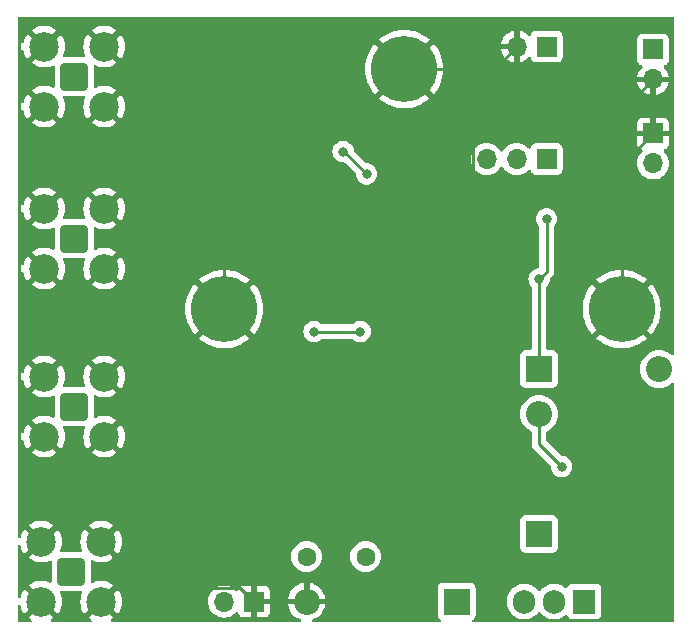
<source format=gbl>
G04 #@! TF.GenerationSoftware,KiCad,Pcbnew,7.0.2*
G04 #@! TF.CreationDate,2024-02-08T16:58:34+01:00*
G04 #@! TF.ProjectId,FilterAndHalfBuffer,46696c74-6572-4416-9e64-48616c664275,rev?*
G04 #@! TF.SameCoordinates,Original*
G04 #@! TF.FileFunction,Copper,L2,Bot*
G04 #@! TF.FilePolarity,Positive*
%FSLAX46Y46*%
G04 Gerber Fmt 4.6, Leading zero omitted, Abs format (unit mm)*
G04 Created by KiCad (PCBNEW 7.0.2) date 2024-02-08 16:58:34*
%MOMM*%
%LPD*%
G01*
G04 APERTURE LIST*
G04 Aperture macros list*
%AMRoundRect*
0 Rectangle with rounded corners*
0 $1 Rounding radius*
0 $2 $3 $4 $5 $6 $7 $8 $9 X,Y pos of 4 corners*
0 Add a 4 corners polygon primitive as box body*
4,1,4,$2,$3,$4,$5,$6,$7,$8,$9,$2,$3,0*
0 Add four circle primitives for the rounded corners*
1,1,$1+$1,$2,$3*
1,1,$1+$1,$4,$5*
1,1,$1+$1,$6,$7*
1,1,$1+$1,$8,$9*
0 Add four rect primitives between the rounded corners*
20,1,$1+$1,$2,$3,$4,$5,0*
20,1,$1+$1,$4,$5,$6,$7,0*
20,1,$1+$1,$6,$7,$8,$9,0*
20,1,$1+$1,$8,$9,$2,$3,0*%
G04 Aperture macros list end*
G04 #@! TA.AperFunction,ComponentPad*
%ADD10R,1.700000X1.700000*%
G04 #@! TD*
G04 #@! TA.AperFunction,ComponentPad*
%ADD11O,1.700000X1.700000*%
G04 #@! TD*
G04 #@! TA.AperFunction,ComponentPad*
%ADD12C,5.600000*%
G04 #@! TD*
G04 #@! TA.AperFunction,ComponentPad*
%ADD13RoundRect,0.200100X0.949900X-0.949900X0.949900X0.949900X-0.949900X0.949900X-0.949900X-0.949900X0*%
G04 #@! TD*
G04 #@! TA.AperFunction,ComponentPad*
%ADD14C,2.500000*%
G04 #@! TD*
G04 #@! TA.AperFunction,ComponentPad*
%ADD15R,1.905000X2.000000*%
G04 #@! TD*
G04 #@! TA.AperFunction,ComponentPad*
%ADD16O,1.905000X2.000000*%
G04 #@! TD*
G04 #@! TA.AperFunction,ComponentPad*
%ADD17C,1.600000*%
G04 #@! TD*
G04 #@! TA.AperFunction,ComponentPad*
%ADD18R,2.200000X2.200000*%
G04 #@! TD*
G04 #@! TA.AperFunction,ComponentPad*
%ADD19O,2.200000X2.200000*%
G04 #@! TD*
G04 #@! TA.AperFunction,ViaPad*
%ADD20C,0.800000*%
G04 #@! TD*
G04 #@! TA.AperFunction,Conductor*
%ADD21C,0.250000*%
G04 #@! TD*
G04 APERTURE END LIST*
D10*
G04 #@! TO.P,J9,1,Pin_1*
G04 #@! TO.N,GND*
X126492000Y-65781000D03*
D11*
G04 #@! TO.P,J9,2,Pin_2*
G04 #@! TO.N,Net-(J9-Pin_2)*
X126492000Y-68321000D03*
G04 #@! TD*
G04 #@! TO.P,J8,2,Pin_2*
G04 #@! TO.N,GND*
X126492000Y-61209000D03*
D10*
G04 #@! TO.P,J8,1,Pin_1*
G04 #@! TO.N,Net-(J8-Pin_1)*
X126492000Y-58669000D03*
G04 #@! TD*
D12*
G04 #@! TO.P,REF\u002A\u002A,1*
G04 #@! TO.N,GND*
X123825000Y-80645000D03*
G04 #@! TD*
G04 #@! TO.P,REF\u002A\u002A,1*
G04 #@! TO.N,GND*
X105410000Y-60325000D03*
G04 #@! TD*
G04 #@! TO.P,REF\u002A\u002A,1*
G04 #@! TO.N,GND*
X90170000Y-80645000D03*
G04 #@! TD*
D10*
G04 #@! TO.P,J3,1,Pin_1*
G04 #@! TO.N,GND*
X92710000Y-105410000D03*
D11*
G04 #@! TO.P,J3,2,Pin_2*
G04 #@! TO.N,VCC*
X90170000Y-105410000D03*
G04 #@! TD*
D13*
G04 #@! TO.P,J2,1,In*
G04 #@! TO.N,Net-(J2-In)*
X77216000Y-102870000D03*
D14*
G04 #@! TO.P,J2,2,Ext*
G04 #@! TO.N,GND*
X79756000Y-105410000D03*
X74676000Y-105410000D03*
X74676000Y-100330000D03*
X79756000Y-100330000D03*
G04 #@! TD*
D13*
G04 #@! TO.P,J1,1,In*
G04 #@! TO.N,Net-(J1-In)*
X77470000Y-74676000D03*
D14*
G04 #@! TO.P,J1,2,Ext*
G04 #@! TO.N,GND*
X80010000Y-77216000D03*
X74930000Y-77216000D03*
X74930000Y-72136000D03*
X80010000Y-72136000D03*
G04 #@! TD*
D15*
G04 #@! TO.P,U2,1,ADJ*
G04 #@! TO.N,Net-(D3-A)*
X120650000Y-105410000D03*
D16*
G04 #@! TO.P,U2,2,VO*
G04 #@! TO.N,+3V3*
X118110000Y-105410000D03*
G04 #@! TO.P,U2,3,VI*
G04 #@! TO.N,Net-(D1-K)*
X115570000Y-105410000D03*
G04 #@! TD*
D10*
G04 #@! TO.P,JP1,1,A*
G04 #@! TO.N,Net-(J4-Pin_1)*
X117475000Y-67945000D03*
D11*
G04 #@! TO.P,JP1,2,C*
G04 #@! TO.N,Net-(JP1-C)*
X114935000Y-67945000D03*
G04 #@! TO.P,JP1,3,B*
G04 #@! TO.N,Net-(D4-A)*
X112395000Y-67945000D03*
G04 #@! TD*
D13*
G04 #@! TO.P,J7,1,In*
G04 #@! TO.N,Net-(J7-In)*
X77470000Y-88900000D03*
D14*
G04 #@! TO.P,J7,2,Ext*
G04 #@! TO.N,GND*
X80010000Y-91440000D03*
X74930000Y-91440000D03*
X74930000Y-86360000D03*
X80010000Y-86360000D03*
G04 #@! TD*
D13*
G04 #@! TO.P,J5,1,In*
G04 #@! TO.N,Net-(J5-In)*
X77470000Y-60960000D03*
D14*
G04 #@! TO.P,J5,2,Ext*
G04 #@! TO.N,GND*
X80010000Y-63500000D03*
X74930000Y-63500000D03*
X74930000Y-58420000D03*
X80010000Y-58420000D03*
G04 #@! TD*
D10*
G04 #@! TO.P,J4,1,Pin_1*
G04 #@! TO.N,Net-(J4-Pin_1)*
X117475000Y-58420000D03*
D11*
G04 #@! TO.P,J4,2,Pin_2*
G04 #@! TO.N,GND*
X114935000Y-58420000D03*
G04 #@! TD*
D17*
G04 #@! TO.P,F1,1*
G04 #@! TO.N,VCC*
X97155000Y-101600000D03*
G04 #@! TO.P,F1,2*
G04 #@! TO.N,Net-(D1-K)*
X102155000Y-101600000D03*
G04 #@! TD*
D18*
G04 #@! TO.P,D3,1,K*
G04 #@! TO.N,+3V3*
X116840000Y-85725000D03*
D19*
G04 #@! TO.P,D3,2,A*
G04 #@! TO.N,Net-(D3-A)*
X127000000Y-85725000D03*
G04 #@! TD*
D18*
G04 #@! TO.P,D2,1,K*
G04 #@! TO.N,Net-(D1-K)*
X116840000Y-99695000D03*
D19*
G04 #@! TO.P,D2,2,A*
G04 #@! TO.N,+3V3*
X116840000Y-89535000D03*
G04 #@! TD*
D18*
G04 #@! TO.P,D1,1,K*
G04 #@! TO.N,Net-(D1-K)*
X109855000Y-105410000D03*
D19*
G04 #@! TO.P,D1,2,A*
G04 #@! TO.N,GND*
X97155000Y-105410000D03*
G04 #@! TD*
D20*
G04 #@! TO.N,+3V3*
X118745000Y-93980000D03*
X117475000Y-73025000D03*
X116840000Y-78105000D03*
G04 #@! TO.N,GND*
X111760000Y-75565000D03*
X98425000Y-73660000D03*
X105410000Y-75565000D03*
X112395000Y-92710000D03*
X81915000Y-104775000D03*
X90170000Y-91440000D03*
X82550000Y-91440000D03*
X90170000Y-71755000D03*
X82550000Y-71755000D03*
X106680000Y-102870000D03*
G04 #@! TO.N,Net-(J9-Pin_2)*
X97790000Y-82550000D03*
X101689500Y-82550000D03*
G04 #@! TO.N,Net-(U3A--)*
X100240500Y-67310000D03*
X102235000Y-69215000D03*
G04 #@! TD*
D21*
G04 #@! TO.N,GND*
X123825000Y-68580000D02*
X123825000Y-63876000D01*
X123825000Y-63876000D02*
X126492000Y-61209000D01*
X123825000Y-68580000D02*
X123825000Y-68448000D01*
X123825000Y-68448000D02*
X126492000Y-65781000D01*
X111220000Y-70485000D02*
X121920000Y-70485000D01*
X121920000Y-70485000D02*
X123825000Y-68580000D01*
X123825000Y-68580000D02*
X123825000Y-80645000D01*
X111220000Y-62135000D02*
X109410000Y-60325000D01*
X109410000Y-60325000D02*
X105410000Y-60325000D01*
X90170000Y-80645000D02*
X90170000Y-71755000D01*
G04 #@! TO.N,+3V3*
X118745000Y-93980000D02*
X116840000Y-92075000D01*
X116840000Y-92075000D02*
X116840000Y-89535000D01*
G04 #@! TO.N,GND*
X111220000Y-70485000D02*
X111220000Y-62135000D01*
X111220000Y-75025000D02*
X111220000Y-70485000D01*
G04 #@! TO.N,+3V3*
X116840000Y-78105000D02*
X117475000Y-77470000D01*
X117475000Y-77470000D02*
X117475000Y-73025000D01*
G04 #@! TO.N,GND*
X111760000Y-75565000D02*
X111220000Y-75025000D01*
X111220000Y-62135000D02*
X114935000Y-58420000D01*
G04 #@! TO.N,+3V3*
X116840000Y-85725000D02*
X116840000Y-78105000D01*
G04 #@! TO.N,GND*
X105410000Y-75565000D02*
X100330000Y-75565000D01*
X100330000Y-75565000D02*
X98425000Y-73660000D01*
X112395000Y-97155000D02*
X112395000Y-92710000D01*
X106680000Y-102870000D02*
X112395000Y-97155000D01*
X81915000Y-104775000D02*
X82455000Y-104235000D01*
X82455000Y-104235000D02*
X91535000Y-104235000D01*
X91535000Y-104235000D02*
X92710000Y-105410000D01*
X82550000Y-91440000D02*
X90170000Y-91440000D01*
X82550000Y-71755000D02*
X90170000Y-71755000D01*
X104140000Y-105410000D02*
X97155000Y-105410000D01*
X106680000Y-102870000D02*
X104140000Y-105410000D01*
G04 #@! TO.N,Net-(J9-Pin_2)*
X97790000Y-82550000D02*
X101689500Y-82550000D01*
G04 #@! TO.N,Net-(U3A--)*
X102235000Y-69215000D02*
X100330000Y-67310000D01*
X100330000Y-67310000D02*
X100240500Y-67310000D01*
G04 #@! TD*
G04 #@! TA.AperFunction,Conductor*
G04 #@! TO.N,GND*
G36*
X73175703Y-86646113D02*
G01*
X73213477Y-86704891D01*
X73215391Y-86712233D01*
X73253060Y-86877270D01*
X73348882Y-87121424D01*
X73480027Y-87348573D01*
X73527873Y-87408571D01*
X73527874Y-87408571D01*
X74178766Y-86757679D01*
X74222316Y-86839822D01*
X74342009Y-86980735D01*
X74489195Y-87092623D01*
X74531402Y-87112150D01*
X73880831Y-87762720D01*
X74052546Y-87879793D01*
X74288860Y-87993596D01*
X74539496Y-88070908D01*
X74798856Y-88110000D01*
X75061144Y-88110000D01*
X75320503Y-88070908D01*
X75571136Y-87993597D01*
X75641697Y-87959617D01*
X75710639Y-87948265D01*
X75774773Y-87975986D01*
X75813739Y-88033981D01*
X75819500Y-88071337D01*
X75819500Y-89728662D01*
X75799815Y-89795701D01*
X75747011Y-89841456D01*
X75677853Y-89851400D01*
X75641699Y-89840382D01*
X75571142Y-89806404D01*
X75320503Y-89729091D01*
X75061144Y-89690000D01*
X74798856Y-89690000D01*
X74539496Y-89729091D01*
X74288860Y-89806403D01*
X74052545Y-89920206D01*
X73880831Y-90037278D01*
X74531390Y-90687837D01*
X74412569Y-90759331D01*
X74278342Y-90886477D01*
X74175138Y-91038692D01*
X73527873Y-90391427D01*
X73480028Y-90451424D01*
X73348882Y-90678576D01*
X73253059Y-90922729D01*
X73215391Y-91087766D01*
X73181282Y-91148744D01*
X73119621Y-91181602D01*
X73049983Y-91175907D01*
X72994480Y-91133467D01*
X72970732Y-91067757D01*
X72970500Y-91060173D01*
X72970500Y-86739826D01*
X72990185Y-86672787D01*
X73042989Y-86627032D01*
X73112147Y-86617088D01*
X73175703Y-86646113D01*
G37*
G04 #@! TD.AperFunction*
G04 #@! TA.AperFunction,Conductor*
G36*
X73175703Y-72422113D02*
G01*
X73213477Y-72480891D01*
X73215391Y-72488233D01*
X73253060Y-72653270D01*
X73348882Y-72897424D01*
X73480027Y-73124573D01*
X73527873Y-73184571D01*
X73527874Y-73184571D01*
X74178766Y-72533679D01*
X74222316Y-72615822D01*
X74342009Y-72756735D01*
X74489195Y-72868623D01*
X74531402Y-72888150D01*
X73880831Y-73538720D01*
X74052546Y-73655793D01*
X74288860Y-73769596D01*
X74539496Y-73846908D01*
X74798856Y-73886000D01*
X75061144Y-73886000D01*
X75320503Y-73846908D01*
X75571136Y-73769597D01*
X75641697Y-73735617D01*
X75710639Y-73724265D01*
X75774773Y-73751986D01*
X75813739Y-73809981D01*
X75819500Y-73847337D01*
X75819500Y-75504662D01*
X75799815Y-75571701D01*
X75747011Y-75617456D01*
X75677853Y-75627400D01*
X75641699Y-75616382D01*
X75571142Y-75582404D01*
X75320503Y-75505091D01*
X75061144Y-75466000D01*
X74798856Y-75466000D01*
X74539496Y-75505091D01*
X74288860Y-75582403D01*
X74052545Y-75696206D01*
X73880831Y-75813278D01*
X74531390Y-76463837D01*
X74412569Y-76535331D01*
X74278342Y-76662477D01*
X74175138Y-76814692D01*
X73527873Y-76167427D01*
X73480028Y-76227424D01*
X73348882Y-76454576D01*
X73253059Y-76698729D01*
X73215391Y-76863766D01*
X73181282Y-76924744D01*
X73119621Y-76957602D01*
X73049983Y-76951907D01*
X72994480Y-76909467D01*
X72970732Y-76843757D01*
X72970500Y-76836173D01*
X72970500Y-72515826D01*
X72990185Y-72448787D01*
X73042989Y-72403032D01*
X73112147Y-72393088D01*
X73175703Y-72422113D01*
G37*
G04 #@! TD.AperFunction*
G04 #@! TA.AperFunction,Conductor*
G36*
X73175703Y-58706113D02*
G01*
X73213477Y-58764891D01*
X73215391Y-58772233D01*
X73253060Y-58937270D01*
X73348882Y-59181424D01*
X73480027Y-59408573D01*
X73527873Y-59468571D01*
X73527874Y-59468571D01*
X74178766Y-58817679D01*
X74222316Y-58899822D01*
X74342009Y-59040735D01*
X74489195Y-59152623D01*
X74531402Y-59172150D01*
X73880831Y-59822720D01*
X74052546Y-59939793D01*
X74288860Y-60053596D01*
X74539496Y-60130908D01*
X74798856Y-60170000D01*
X75061144Y-60170000D01*
X75320503Y-60130908D01*
X75571136Y-60053597D01*
X75641697Y-60019617D01*
X75710639Y-60008265D01*
X75774773Y-60035986D01*
X75813739Y-60093981D01*
X75819500Y-60131337D01*
X75819500Y-61788662D01*
X75799815Y-61855701D01*
X75747011Y-61901456D01*
X75677853Y-61911400D01*
X75641699Y-61900382D01*
X75571142Y-61866404D01*
X75320503Y-61789091D01*
X75061144Y-61750000D01*
X74798856Y-61750000D01*
X74539496Y-61789091D01*
X74288860Y-61866403D01*
X74052545Y-61980206D01*
X73880831Y-62097278D01*
X74531390Y-62747837D01*
X74412569Y-62819331D01*
X74278342Y-62946477D01*
X74175138Y-63098692D01*
X73527873Y-62451427D01*
X73480028Y-62511424D01*
X73348882Y-62738576D01*
X73253059Y-62982729D01*
X73215391Y-63147766D01*
X73181282Y-63208744D01*
X73119621Y-63241602D01*
X73049983Y-63235907D01*
X72994480Y-63193467D01*
X72970732Y-63127757D01*
X72970500Y-63120173D01*
X72970500Y-58799826D01*
X72990185Y-58732787D01*
X73042989Y-58687032D01*
X73112147Y-58677088D01*
X73175703Y-58706113D01*
G37*
G04 #@! TD.AperFunction*
G04 #@! TA.AperFunction,Conductor*
G36*
X128212539Y-55900185D02*
G01*
X128258294Y-55952989D01*
X128269500Y-56004500D01*
X128269500Y-84435482D01*
X128249815Y-84502521D01*
X128197011Y-84548276D01*
X128127853Y-84558220D01*
X128064968Y-84529772D01*
X127943659Y-84426164D01*
X127728859Y-84294534D01*
X127612484Y-84246330D01*
X127496110Y-84198126D01*
X127251149Y-84139317D01*
X127062882Y-84124500D01*
X127000000Y-84119551D01*
X126999999Y-84119551D01*
X126748850Y-84139317D01*
X126503889Y-84198126D01*
X126271139Y-84294535D01*
X126056342Y-84426163D01*
X125864776Y-84589776D01*
X125701163Y-84781342D01*
X125569535Y-84996139D01*
X125473126Y-85228889D01*
X125414317Y-85473850D01*
X125394551Y-85725000D01*
X125414317Y-85976149D01*
X125473126Y-86221110D01*
X125473360Y-86221674D01*
X125569534Y-86453859D01*
X125701164Y-86668659D01*
X125864776Y-86860224D01*
X126056341Y-87023836D01*
X126271141Y-87155466D01*
X126503889Y-87251873D01*
X126748852Y-87310683D01*
X127000000Y-87330449D01*
X127251148Y-87310683D01*
X127496111Y-87251873D01*
X127728859Y-87155466D01*
X127943659Y-87023836D01*
X128064971Y-86920225D01*
X128128729Y-86891656D01*
X128197815Y-86902093D01*
X128250291Y-86948223D01*
X128269500Y-87014517D01*
X128269500Y-107045500D01*
X128249815Y-107112539D01*
X128197011Y-107158294D01*
X128145500Y-107169500D01*
X111281744Y-107169500D01*
X111214705Y-107149815D01*
X111168950Y-107097011D01*
X111159006Y-107027853D01*
X111188031Y-106964297D01*
X111207429Y-106946236D01*
X111312546Y-106867546D01*
X111398796Y-106752331D01*
X111449091Y-106617483D01*
X111455500Y-106557873D01*
X111455500Y-105517600D01*
X114117000Y-105517600D01*
X114125472Y-105619844D01*
X114131905Y-105697477D01*
X114191017Y-105930906D01*
X114259851Y-106087830D01*
X114287745Y-106151422D01*
X114419449Y-106353010D01*
X114582537Y-106530171D01*
X114772561Y-106678072D01*
X114984336Y-106792679D01*
X115212087Y-106870866D01*
X115449601Y-106910500D01*
X115690399Y-106910500D01*
X115927913Y-106870866D01*
X116155664Y-106792679D01*
X116367439Y-106678072D01*
X116557463Y-106530171D01*
X116720551Y-106353010D01*
X116736191Y-106329070D01*
X116789337Y-106283714D01*
X116858569Y-106274290D01*
X116921905Y-106303792D01*
X116943808Y-106329070D01*
X116959449Y-106353010D01*
X117122537Y-106530171D01*
X117312561Y-106678072D01*
X117524336Y-106792679D01*
X117752087Y-106870866D01*
X117989601Y-106910500D01*
X118230399Y-106910500D01*
X118467913Y-106870866D01*
X118695664Y-106792679D01*
X118907439Y-106678072D01*
X119049930Y-106567166D01*
X119114924Y-106541524D01*
X119183464Y-106555090D01*
X119233788Y-106603559D01*
X119242273Y-106621685D01*
X119253702Y-106652328D01*
X119253703Y-106652330D01*
X119253704Y-106652331D01*
X119339954Y-106767546D01*
X119455169Y-106853796D01*
X119590017Y-106904091D01*
X119649627Y-106910500D01*
X121650372Y-106910499D01*
X121709983Y-106904091D01*
X121844831Y-106853796D01*
X121960046Y-106767546D01*
X122046296Y-106652331D01*
X122096591Y-106517483D01*
X122103000Y-106457873D01*
X122102999Y-104362128D01*
X122096591Y-104302517D01*
X122046296Y-104167669D01*
X121960046Y-104052454D01*
X121844831Y-103966204D01*
X121709983Y-103915909D01*
X121650373Y-103909500D01*
X121647050Y-103909500D01*
X119652939Y-103909500D01*
X119652920Y-103909500D01*
X119649628Y-103909501D01*
X119646348Y-103909853D01*
X119646340Y-103909854D01*
X119590015Y-103915909D01*
X119455169Y-103966204D01*
X119339954Y-104052454D01*
X119253703Y-104167670D01*
X119242273Y-104198315D01*
X119200400Y-104254248D01*
X119134936Y-104278663D01*
X119066663Y-104263810D01*
X119049930Y-104252833D01*
X118985661Y-104202811D01*
X118907439Y-104141928D01*
X118695664Y-104027321D01*
X118695660Y-104027319D01*
X118695659Y-104027319D01*
X118467915Y-103949134D01*
X118230399Y-103909500D01*
X117989601Y-103909500D01*
X117752084Y-103949134D01*
X117524340Y-104027319D01*
X117524336Y-104027320D01*
X117524336Y-104027321D01*
X117383152Y-104103725D01*
X117312559Y-104141929D01*
X117122536Y-104289829D01*
X116959445Y-104466994D01*
X116943805Y-104490932D01*
X116890657Y-104536287D01*
X116821426Y-104545708D01*
X116758091Y-104516204D01*
X116736192Y-104490930D01*
X116720551Y-104466990D01*
X116557463Y-104289829D01*
X116367439Y-104141928D01*
X116155664Y-104027321D01*
X116155660Y-104027319D01*
X116155659Y-104027319D01*
X115927915Y-103949134D01*
X115690399Y-103909500D01*
X115449601Y-103909500D01*
X115212084Y-103949134D01*
X114984340Y-104027319D01*
X114984336Y-104027320D01*
X114984336Y-104027321D01*
X114843152Y-104103725D01*
X114772559Y-104141929D01*
X114582536Y-104289829D01*
X114419448Y-104466991D01*
X114287745Y-104668577D01*
X114191017Y-104889093D01*
X114131905Y-105122522D01*
X114127038Y-105181260D01*
X114117000Y-105302400D01*
X114117000Y-105517600D01*
X111455500Y-105517600D01*
X111455499Y-104262128D01*
X111449091Y-104202517D01*
X111398796Y-104067669D01*
X111312546Y-103952454D01*
X111197331Y-103866204D01*
X111062483Y-103815909D01*
X111021066Y-103811456D01*
X111006166Y-103809854D01*
X111006165Y-103809853D01*
X111002873Y-103809500D01*
X110999550Y-103809500D01*
X108710439Y-103809500D01*
X108710420Y-103809500D01*
X108707128Y-103809501D01*
X108703848Y-103809853D01*
X108703840Y-103809854D01*
X108647515Y-103815909D01*
X108512669Y-103866204D01*
X108397454Y-103952454D01*
X108311204Y-104067668D01*
X108260910Y-104202515D01*
X108260909Y-104202517D01*
X108254500Y-104262127D01*
X108254500Y-104265448D01*
X108254500Y-104265449D01*
X108254500Y-106554560D01*
X108254500Y-106554578D01*
X108254501Y-106557872D01*
X108260909Y-106617483D01*
X108311204Y-106752331D01*
X108397454Y-106867546D01*
X108502568Y-106946234D01*
X108544438Y-107002167D01*
X108549422Y-107071858D01*
X108515937Y-107133181D01*
X108454614Y-107166666D01*
X108428256Y-107169500D01*
X97711584Y-107169500D01*
X97644545Y-107149815D01*
X97598790Y-107097011D01*
X97588846Y-107027853D01*
X97617871Y-106964297D01*
X97664131Y-106930939D01*
X97883632Y-106840017D01*
X98098364Y-106708430D01*
X98289869Y-106544869D01*
X98453430Y-106353364D01*
X98585017Y-106138632D01*
X98681396Y-105905956D01*
X98740188Y-105661068D01*
X98740272Y-105660000D01*
X97649852Y-105660000D01*
X97698559Y-105522953D01*
X97708877Y-105372114D01*
X97678116Y-105224085D01*
X97644910Y-105160000D01*
X98740271Y-105160000D01*
X98740271Y-105159999D01*
X98740188Y-105158931D01*
X98681396Y-104914043D01*
X98585017Y-104681367D01*
X98453430Y-104466635D01*
X98289869Y-104275130D01*
X98098364Y-104111569D01*
X97883632Y-103979982D01*
X97650956Y-103883603D01*
X97406070Y-103824812D01*
X97405000Y-103824727D01*
X97404999Y-104918315D01*
X97376181Y-104900791D01*
X97230596Y-104860000D01*
X97117378Y-104860000D01*
X97005217Y-104875416D01*
X96905000Y-104918946D01*
X96905000Y-103824727D01*
X96903929Y-103824812D01*
X96659043Y-103883603D01*
X96426367Y-103979982D01*
X96211635Y-104111569D01*
X96020130Y-104275130D01*
X95856569Y-104466635D01*
X95724982Y-104681367D01*
X95628603Y-104914043D01*
X95569811Y-105158931D01*
X95569728Y-105159999D01*
X95569729Y-105160000D01*
X96660148Y-105160000D01*
X96611441Y-105297047D01*
X96601123Y-105447886D01*
X96631884Y-105595915D01*
X96665090Y-105660000D01*
X95569728Y-105660000D01*
X95569811Y-105661068D01*
X95628603Y-105905956D01*
X95724982Y-106138632D01*
X95856569Y-106353364D01*
X96020130Y-106544869D01*
X96211635Y-106708430D01*
X96426367Y-106840017D01*
X96645869Y-106930939D01*
X96700272Y-106974780D01*
X96722337Y-107041074D01*
X96705058Y-107108774D01*
X96653920Y-107156384D01*
X96598416Y-107169500D01*
X80678978Y-107169500D01*
X80611939Y-107149815D01*
X80566184Y-107097011D01*
X80556240Y-107027853D01*
X80585265Y-106964297D01*
X80625178Y-106933779D01*
X80633456Y-106929792D01*
X80805167Y-106812720D01*
X80154609Y-106162161D01*
X80273431Y-106090669D01*
X80407658Y-105963523D01*
X80510861Y-105811308D01*
X81158124Y-106458571D01*
X81205972Y-106398572D01*
X81337117Y-106171423D01*
X81432940Y-105927270D01*
X81491306Y-105671552D01*
X81510907Y-105410000D01*
X81510907Y-105409999D01*
X88814340Y-105409999D01*
X88834936Y-105645407D01*
X88866240Y-105762233D01*
X88896097Y-105873663D01*
X88995965Y-106087830D01*
X89131505Y-106281401D01*
X89298599Y-106448495D01*
X89492170Y-106584035D01*
X89706337Y-106683903D01*
X89934592Y-106745063D01*
X90170000Y-106765659D01*
X90405408Y-106745063D01*
X90633663Y-106683903D01*
X90847830Y-106584035D01*
X91041401Y-106448495D01*
X91163717Y-106326178D01*
X91225036Y-106292696D01*
X91294728Y-106297680D01*
X91350662Y-106339551D01*
X91367577Y-106370528D01*
X91416647Y-106502088D01*
X91502811Y-106617188D01*
X91617910Y-106703352D01*
X91752628Y-106753599D01*
X91808867Y-106759645D01*
X91815482Y-106760000D01*
X92460000Y-106760000D01*
X92460000Y-105845501D01*
X92567685Y-105894680D01*
X92674237Y-105910000D01*
X92745763Y-105910000D01*
X92852315Y-105894680D01*
X92960000Y-105845501D01*
X92960000Y-106760000D01*
X93604518Y-106760000D01*
X93611132Y-106759645D01*
X93667371Y-106753599D01*
X93802089Y-106703352D01*
X93917188Y-106617188D01*
X94003352Y-106502089D01*
X94053599Y-106367371D01*
X94059645Y-106311132D01*
X94060000Y-106304518D01*
X94060000Y-105660000D01*
X93143686Y-105660000D01*
X93169493Y-105619844D01*
X93210000Y-105481889D01*
X93210000Y-105338111D01*
X93169493Y-105200156D01*
X93143686Y-105160000D01*
X94059999Y-105160000D01*
X94060000Y-104515481D01*
X94059645Y-104508867D01*
X94053599Y-104452628D01*
X94003352Y-104317910D01*
X93917188Y-104202811D01*
X93802089Y-104116647D01*
X93667371Y-104066400D01*
X93611132Y-104060354D01*
X93604518Y-104060000D01*
X92960000Y-104060000D01*
X92960000Y-104974498D01*
X92852315Y-104925320D01*
X92745763Y-104910000D01*
X92674237Y-104910000D01*
X92567685Y-104925320D01*
X92460000Y-104974498D01*
X92460000Y-104060000D01*
X91815482Y-104060000D01*
X91808867Y-104060354D01*
X91752628Y-104066400D01*
X91617910Y-104116647D01*
X91502811Y-104202811D01*
X91416646Y-104317913D01*
X91367576Y-104449472D01*
X91325705Y-104505405D01*
X91260240Y-104529821D01*
X91191967Y-104514969D01*
X91163714Y-104493818D01*
X91041404Y-104371508D01*
X91041401Y-104371505D01*
X90847830Y-104235965D01*
X90633663Y-104136097D01*
X90561074Y-104116647D01*
X90405407Y-104074936D01*
X90170000Y-104054340D01*
X89934592Y-104074936D01*
X89706336Y-104136097D01*
X89492170Y-104235965D01*
X89298598Y-104371505D01*
X89131505Y-104538598D01*
X88995965Y-104732170D01*
X88896097Y-104946336D01*
X88834936Y-105174592D01*
X88814340Y-105409999D01*
X81510907Y-105409999D01*
X81491306Y-105148447D01*
X81432940Y-104892729D01*
X81337117Y-104648575D01*
X81205972Y-104421426D01*
X81158125Y-104361427D01*
X80507232Y-105012319D01*
X80463684Y-104930178D01*
X80343991Y-104789265D01*
X80196805Y-104677377D01*
X80154596Y-104657849D01*
X80805167Y-104007278D01*
X80633451Y-103890205D01*
X80397139Y-103776403D01*
X80146503Y-103699091D01*
X79887144Y-103660000D01*
X79624856Y-103660000D01*
X79365496Y-103699091D01*
X79114857Y-103776404D01*
X79044301Y-103810382D01*
X78975360Y-103821734D01*
X78911226Y-103794012D01*
X78872260Y-103736016D01*
X78866500Y-103698662D01*
X78866500Y-102041337D01*
X78886185Y-101974298D01*
X78938989Y-101928543D01*
X79008147Y-101918599D01*
X79044303Y-101929617D01*
X79114863Y-101963597D01*
X79365496Y-102040908D01*
X79624856Y-102080000D01*
X79887144Y-102080000D01*
X80146503Y-102040908D01*
X80397139Y-101963596D01*
X80633456Y-101849792D01*
X80805167Y-101732720D01*
X80672447Y-101600000D01*
X95849531Y-101600000D01*
X95869364Y-101826689D01*
X95928261Y-102046497D01*
X96024432Y-102252735D01*
X96154953Y-102439140D01*
X96315859Y-102600046D01*
X96502264Y-102730567D01*
X96502265Y-102730567D01*
X96502266Y-102730568D01*
X96708504Y-102826739D01*
X96928308Y-102885635D01*
X97079435Y-102898857D01*
X97154999Y-102905468D01*
X97154999Y-102905467D01*
X97155000Y-102905468D01*
X97381692Y-102885635D01*
X97601496Y-102826739D01*
X97807734Y-102730568D01*
X97994139Y-102600047D01*
X98155047Y-102439139D01*
X98285568Y-102252734D01*
X98381739Y-102046496D01*
X98440635Y-101826692D01*
X98460468Y-101600000D01*
X100849531Y-101600000D01*
X100869364Y-101826689D01*
X100928261Y-102046497D01*
X101024432Y-102252735D01*
X101154953Y-102439140D01*
X101315859Y-102600046D01*
X101502264Y-102730567D01*
X101502265Y-102730567D01*
X101502266Y-102730568D01*
X101708504Y-102826739D01*
X101928308Y-102885635D01*
X102155000Y-102905468D01*
X102381692Y-102885635D01*
X102601496Y-102826739D01*
X102807734Y-102730568D01*
X102994139Y-102600047D01*
X103155047Y-102439139D01*
X103285568Y-102252734D01*
X103381739Y-102046496D01*
X103440635Y-101826692D01*
X103460468Y-101600000D01*
X103440635Y-101373308D01*
X103381739Y-101153504D01*
X103285568Y-100947266D01*
X103215547Y-100847264D01*
X103210165Y-100839578D01*
X115239500Y-100839578D01*
X115239501Y-100842872D01*
X115239853Y-100846152D01*
X115239854Y-100846159D01*
X115243871Y-100883523D01*
X115245909Y-100902483D01*
X115296204Y-101037331D01*
X115382454Y-101152546D01*
X115497669Y-101238796D01*
X115632517Y-101289091D01*
X115692127Y-101295500D01*
X117987872Y-101295499D01*
X118047483Y-101289091D01*
X118182331Y-101238796D01*
X118297546Y-101152546D01*
X118383796Y-101037331D01*
X118434091Y-100902483D01*
X118440500Y-100842873D01*
X118440499Y-98547128D01*
X118434091Y-98487517D01*
X118383796Y-98352669D01*
X118297546Y-98237454D01*
X118182331Y-98151204D01*
X118047483Y-98100909D01*
X117987873Y-98094500D01*
X117984550Y-98094500D01*
X115695439Y-98094500D01*
X115695420Y-98094500D01*
X115692128Y-98094501D01*
X115688848Y-98094853D01*
X115688840Y-98094854D01*
X115632515Y-98100909D01*
X115497669Y-98151204D01*
X115382454Y-98237454D01*
X115296204Y-98352668D01*
X115245910Y-98487515D01*
X115245909Y-98487517D01*
X115239500Y-98547127D01*
X115239500Y-98550448D01*
X115239500Y-98550449D01*
X115239500Y-100839560D01*
X115239500Y-100839578D01*
X103210165Y-100839578D01*
X103155046Y-100760859D01*
X102994140Y-100599953D01*
X102807735Y-100469432D01*
X102601497Y-100373261D01*
X102381689Y-100314364D01*
X102155000Y-100294531D01*
X101928310Y-100314364D01*
X101708502Y-100373261D01*
X101502264Y-100469432D01*
X101315859Y-100599953D01*
X101154953Y-100760859D01*
X101024432Y-100947264D01*
X100928261Y-101153502D01*
X100869364Y-101373310D01*
X100849531Y-101600000D01*
X98460468Y-101600000D01*
X98440635Y-101373308D01*
X98381739Y-101153504D01*
X98285568Y-100947266D01*
X98215547Y-100847264D01*
X98155046Y-100760859D01*
X97994140Y-100599953D01*
X97807735Y-100469432D01*
X97601497Y-100373261D01*
X97381689Y-100314364D01*
X97154999Y-100294531D01*
X96928310Y-100314364D01*
X96708502Y-100373261D01*
X96502264Y-100469432D01*
X96315859Y-100599953D01*
X96154953Y-100760859D01*
X96024432Y-100947264D01*
X95928261Y-101153502D01*
X95869364Y-101373310D01*
X95849531Y-101600000D01*
X80672447Y-101600000D01*
X80154609Y-101082162D01*
X80273431Y-101010669D01*
X80407658Y-100883523D01*
X80510861Y-100731308D01*
X81158124Y-101378571D01*
X81205972Y-101318572D01*
X81337117Y-101091423D01*
X81432940Y-100847270D01*
X81491306Y-100591552D01*
X81510907Y-100330000D01*
X81491306Y-100068447D01*
X81432940Y-99812729D01*
X81337117Y-99568575D01*
X81205972Y-99341426D01*
X81158125Y-99281427D01*
X80507232Y-99932319D01*
X80463684Y-99850178D01*
X80343991Y-99709265D01*
X80196805Y-99597377D01*
X80154596Y-99577849D01*
X80805167Y-98927278D01*
X80633451Y-98810205D01*
X80397139Y-98696403D01*
X80146503Y-98619091D01*
X79887144Y-98580000D01*
X79624856Y-98580000D01*
X79365496Y-98619091D01*
X79114860Y-98696403D01*
X78878545Y-98810206D01*
X78706832Y-98927278D01*
X79357391Y-99577837D01*
X79238569Y-99649331D01*
X79104342Y-99776477D01*
X79001138Y-99928691D01*
X78353874Y-99281428D01*
X78306026Y-99341428D01*
X78174882Y-99568576D01*
X78079059Y-99812729D01*
X78020693Y-100068447D01*
X78001092Y-100330000D01*
X78020693Y-100591552D01*
X78079058Y-100847264D01*
X78158703Y-101050198D01*
X78164871Y-101119795D01*
X78132433Y-101181678D01*
X78071687Y-101216201D01*
X78043274Y-101219500D01*
X76388726Y-101219500D01*
X76321687Y-101199815D01*
X76275932Y-101147011D01*
X76265988Y-101077853D01*
X76273297Y-101050198D01*
X76352941Y-100847264D01*
X76411306Y-100591552D01*
X76430907Y-100330000D01*
X76411306Y-100068447D01*
X76352940Y-99812729D01*
X76257117Y-99568575D01*
X76125972Y-99341426D01*
X76078125Y-99281427D01*
X75427232Y-99932319D01*
X75383684Y-99850178D01*
X75263991Y-99709265D01*
X75116805Y-99597377D01*
X75074596Y-99577849D01*
X75725167Y-98927278D01*
X75553451Y-98810205D01*
X75317139Y-98696403D01*
X75066503Y-98619091D01*
X74807144Y-98580000D01*
X74544856Y-98580000D01*
X74285496Y-98619091D01*
X74034860Y-98696403D01*
X73798545Y-98810206D01*
X73626832Y-98927278D01*
X74277391Y-99577837D01*
X74158569Y-99649331D01*
X74024342Y-99776477D01*
X73921138Y-99928691D01*
X73273874Y-99281428D01*
X73226026Y-99341428D01*
X73094882Y-99568576D01*
X72999059Y-99812729D01*
X72961391Y-99977766D01*
X72927282Y-100038744D01*
X72865621Y-100071602D01*
X72795983Y-100065907D01*
X72740480Y-100023467D01*
X72716732Y-99957757D01*
X72716500Y-99950173D01*
X72716500Y-93200099D01*
X72969500Y-93200099D01*
X72969617Y-93200383D01*
X72969808Y-93200462D01*
X72969999Y-93200541D01*
X72970000Y-93200541D01*
X72970001Y-93200541D01*
X72970127Y-93200488D01*
X72970383Y-93200383D01*
X72970500Y-93200099D01*
X72970500Y-91819826D01*
X72990185Y-91752787D01*
X73042989Y-91707032D01*
X73112147Y-91697088D01*
X73175703Y-91726113D01*
X73213477Y-91784891D01*
X73215391Y-91792233D01*
X73253060Y-91957270D01*
X73348882Y-92201424D01*
X73480027Y-92428573D01*
X73527873Y-92488571D01*
X73527874Y-92488571D01*
X74178766Y-91837679D01*
X74222316Y-91919822D01*
X74342009Y-92060735D01*
X74489195Y-92172623D01*
X74531402Y-92192150D01*
X73880831Y-92842720D01*
X74052546Y-92959793D01*
X74288860Y-93073596D01*
X74539496Y-93150908D01*
X74798856Y-93190000D01*
X75061144Y-93190000D01*
X75320503Y-93150908D01*
X75571139Y-93073596D01*
X75807456Y-92959792D01*
X75979167Y-92842720D01*
X75328609Y-92192161D01*
X75447431Y-92120669D01*
X75581658Y-91993523D01*
X75684861Y-91841308D01*
X76332124Y-92488571D01*
X76379972Y-92428572D01*
X76511117Y-92201423D01*
X76606940Y-91957270D01*
X76665306Y-91701552D01*
X76684907Y-91440000D01*
X76665306Y-91178447D01*
X76606941Y-90922735D01*
X76527297Y-90719802D01*
X76521129Y-90650205D01*
X76553567Y-90588322D01*
X76614313Y-90553799D01*
X76642726Y-90550500D01*
X78297274Y-90550500D01*
X78364313Y-90570185D01*
X78410068Y-90622989D01*
X78420012Y-90692147D01*
X78412703Y-90719802D01*
X78333058Y-90922735D01*
X78274693Y-91178447D01*
X78255092Y-91440000D01*
X78274693Y-91701552D01*
X78333059Y-91957270D01*
X78428882Y-92201424D01*
X78560027Y-92428573D01*
X78607873Y-92488571D01*
X79258766Y-91837678D01*
X79302316Y-91919822D01*
X79422009Y-92060735D01*
X79569195Y-92172623D01*
X79611402Y-92192150D01*
X78960831Y-92842720D01*
X79132546Y-92959793D01*
X79368860Y-93073596D01*
X79619496Y-93150908D01*
X79878856Y-93190000D01*
X80141144Y-93190000D01*
X80400503Y-93150908D01*
X80651139Y-93073596D01*
X80887456Y-92959792D01*
X81059167Y-92842720D01*
X80408609Y-92192161D01*
X80527431Y-92120669D01*
X80661658Y-91993523D01*
X80764861Y-91841308D01*
X81412124Y-92488571D01*
X81459972Y-92428572D01*
X81591117Y-92201423D01*
X81686940Y-91957270D01*
X81745306Y-91701552D01*
X81764907Y-91440000D01*
X81745306Y-91178447D01*
X81686940Y-90922729D01*
X81591117Y-90678575D01*
X81459972Y-90451426D01*
X81412125Y-90391427D01*
X80761232Y-91042319D01*
X80717684Y-90960178D01*
X80597991Y-90819265D01*
X80450805Y-90707377D01*
X80408596Y-90687849D01*
X81059167Y-90037278D01*
X80887451Y-89920205D01*
X80651139Y-89806403D01*
X80400503Y-89729091D01*
X80141144Y-89690000D01*
X79878856Y-89690000D01*
X79619496Y-89729091D01*
X79368857Y-89806404D01*
X79298301Y-89840382D01*
X79229360Y-89851734D01*
X79165226Y-89824012D01*
X79126260Y-89766016D01*
X79120500Y-89728662D01*
X79120500Y-89534999D01*
X115234551Y-89534999D01*
X115254317Y-89786149D01*
X115313126Y-90031110D01*
X115315681Y-90037278D01*
X115409534Y-90263859D01*
X115541164Y-90478659D01*
X115704776Y-90670224D01*
X115896341Y-90833836D01*
X116041401Y-90922729D01*
X116102511Y-90960178D01*
X116111141Y-90965466D01*
X116137949Y-90976570D01*
X116192353Y-91020409D01*
X116214420Y-91086703D01*
X116214499Y-91091132D01*
X116214500Y-91992256D01*
X116212235Y-92012766D01*
X116214439Y-92082872D01*
X116214500Y-92086767D01*
X116214500Y-92114350D01*
X116214988Y-92118219D01*
X116214989Y-92118225D01*
X116215004Y-92118343D01*
X116215918Y-92129967D01*
X116217290Y-92173626D01*
X116222879Y-92192860D01*
X116226825Y-92211916D01*
X116229335Y-92231792D01*
X116245414Y-92272404D01*
X116249197Y-92283451D01*
X116261382Y-92325391D01*
X116271580Y-92342635D01*
X116280136Y-92360100D01*
X116287514Y-92378732D01*
X116287515Y-92378733D01*
X116313180Y-92414059D01*
X116319593Y-92423822D01*
X116341826Y-92461416D01*
X116341829Y-92461419D01*
X116341830Y-92461420D01*
X116355995Y-92475585D01*
X116368627Y-92490375D01*
X116380406Y-92506587D01*
X116414058Y-92534426D01*
X116422699Y-92542289D01*
X117806038Y-93925629D01*
X117839523Y-93986952D01*
X117841678Y-94000348D01*
X117859326Y-94168257D01*
X117917820Y-94348284D01*
X118012466Y-94512216D01*
X118139129Y-94652889D01*
X118292269Y-94764151D01*
X118465197Y-94841144D01*
X118650352Y-94880500D01*
X118650354Y-94880500D01*
X118839648Y-94880500D01*
X118963084Y-94854262D01*
X119024803Y-94841144D01*
X119197730Y-94764151D01*
X119350871Y-94652888D01*
X119477533Y-94512216D01*
X119572179Y-94348284D01*
X119630674Y-94168256D01*
X119650460Y-93980000D01*
X119630674Y-93791744D01*
X119572179Y-93611716D01*
X119572179Y-93611715D01*
X119477533Y-93447783D01*
X119350870Y-93307110D01*
X119197730Y-93195848D01*
X119024802Y-93118855D01*
X118839648Y-93079500D01*
X118839646Y-93079500D01*
X118780452Y-93079500D01*
X118713413Y-93059815D01*
X118692771Y-93043181D01*
X117501819Y-91852228D01*
X117468334Y-91790905D01*
X117465500Y-91764547D01*
X117465500Y-91091132D01*
X117485185Y-91024093D01*
X117537989Y-90978338D01*
X117542001Y-90976590D01*
X117568859Y-90965466D01*
X117783659Y-90833836D01*
X117975224Y-90670224D01*
X118138836Y-90478659D01*
X118270466Y-90263859D01*
X118366873Y-90031111D01*
X118425683Y-89786148D01*
X118445449Y-89535000D01*
X118425683Y-89283852D01*
X118366873Y-89038889D01*
X118270466Y-88806141D01*
X118138836Y-88591341D01*
X117975224Y-88399776D01*
X117783659Y-88236164D01*
X117568859Y-88104534D01*
X117452484Y-88056330D01*
X117336110Y-88008126D01*
X117091149Y-87949317D01*
X116965574Y-87939434D01*
X116840000Y-87929551D01*
X116839999Y-87929551D01*
X116588850Y-87949317D01*
X116343889Y-88008126D01*
X116111139Y-88104535D01*
X115896342Y-88236163D01*
X115704776Y-88399776D01*
X115541163Y-88591342D01*
X115409535Y-88806139D01*
X115313126Y-89038889D01*
X115254317Y-89283850D01*
X115234551Y-89534999D01*
X79120500Y-89534999D01*
X79120500Y-88071337D01*
X79140185Y-88004298D01*
X79192989Y-87958543D01*
X79262147Y-87948599D01*
X79298303Y-87959617D01*
X79368863Y-87993597D01*
X79619496Y-88070908D01*
X79878856Y-88110000D01*
X80141144Y-88110000D01*
X80400503Y-88070908D01*
X80651139Y-87993596D01*
X80887456Y-87879792D01*
X81059167Y-87762720D01*
X80408609Y-87112162D01*
X80527431Y-87040669D01*
X80661658Y-86913523D01*
X80764861Y-86761308D01*
X81412124Y-87408571D01*
X81459972Y-87348572D01*
X81591117Y-87121423D01*
X81686940Y-86877270D01*
X81688696Y-86869578D01*
X115239500Y-86869578D01*
X115239501Y-86872872D01*
X115239853Y-86876152D01*
X115239854Y-86876159D01*
X115245909Y-86932484D01*
X115263906Y-86980735D01*
X115296204Y-87067331D01*
X115382454Y-87182546D01*
X115497669Y-87268796D01*
X115632517Y-87319091D01*
X115692127Y-87325500D01*
X117987872Y-87325499D01*
X118047483Y-87319091D01*
X118182331Y-87268796D01*
X118297546Y-87182546D01*
X118383796Y-87067331D01*
X118434091Y-86932483D01*
X118440500Y-86872873D01*
X118440499Y-84577128D01*
X118434091Y-84517517D01*
X118383796Y-84382669D01*
X118297546Y-84267454D01*
X118182331Y-84181204D01*
X118047483Y-84130909D01*
X117987873Y-84124500D01*
X117984551Y-84124500D01*
X117589500Y-84124500D01*
X117522461Y-84104815D01*
X117476706Y-84052011D01*
X117465500Y-84000500D01*
X117465500Y-80648356D01*
X120520335Y-80648356D01*
X120539343Y-80998958D01*
X120540069Y-81005630D01*
X120596874Y-81352130D01*
X120598317Y-81358684D01*
X120692251Y-81697001D01*
X120694396Y-81703368D01*
X120824360Y-82029552D01*
X120827169Y-82035626D01*
X120991649Y-82345868D01*
X120995102Y-82351606D01*
X121192147Y-82642225D01*
X121196207Y-82647566D01*
X121321441Y-82795003D01*
X121321442Y-82795004D01*
X122527266Y-81589180D01*
X122690130Y-81779870D01*
X122880818Y-81942732D01*
X121672255Y-83151295D01*
X121683047Y-83161518D01*
X121688157Y-83165858D01*
X121967694Y-83378357D01*
X121973240Y-83382117D01*
X122274099Y-83563137D01*
X122280038Y-83566285D01*
X122598695Y-83713712D01*
X122604937Y-83716199D01*
X122937684Y-83828315D01*
X122944129Y-83830104D01*
X123287053Y-83905588D01*
X123293677Y-83906674D01*
X123642740Y-83944636D01*
X123649437Y-83945000D01*
X124000563Y-83945000D01*
X124007259Y-83944636D01*
X124356322Y-83906674D01*
X124362946Y-83905588D01*
X124705870Y-83830104D01*
X124712315Y-83828315D01*
X125045062Y-83716199D01*
X125051304Y-83713712D01*
X125369961Y-83566285D01*
X125375900Y-83563137D01*
X125676759Y-83382117D01*
X125682305Y-83378357D01*
X125961846Y-83165856D01*
X125966950Y-83161519D01*
X125977742Y-83151296D01*
X125977743Y-83151295D01*
X124769180Y-81942733D01*
X124959870Y-81779870D01*
X125122733Y-81589180D01*
X126328556Y-82795003D01*
X126328557Y-82795003D01*
X126453792Y-82647566D01*
X126457852Y-82642225D01*
X126654897Y-82351606D01*
X126658350Y-82345868D01*
X126822830Y-82035626D01*
X126825639Y-82029552D01*
X126955603Y-81703368D01*
X126957748Y-81697001D01*
X127051682Y-81358684D01*
X127053125Y-81352130D01*
X127109930Y-81005630D01*
X127110656Y-80998958D01*
X127129664Y-80648356D01*
X127129664Y-80641643D01*
X127110656Y-80291041D01*
X127109930Y-80284369D01*
X127053125Y-79937869D01*
X127051682Y-79931315D01*
X126957748Y-79592998D01*
X126955603Y-79586631D01*
X126825639Y-79260447D01*
X126822830Y-79254373D01*
X126658350Y-78944131D01*
X126654897Y-78938393D01*
X126457852Y-78647774D01*
X126453792Y-78642433D01*
X126328557Y-78494995D01*
X126328556Y-78494994D01*
X125122732Y-79700818D01*
X124959870Y-79510130D01*
X124769180Y-79347266D01*
X125977743Y-78138703D01*
X125966942Y-78128473D01*
X125961842Y-78124141D01*
X125682305Y-77911642D01*
X125676759Y-77907882D01*
X125375900Y-77726862D01*
X125369961Y-77723714D01*
X125051304Y-77576287D01*
X125045062Y-77573800D01*
X124712315Y-77461684D01*
X124705870Y-77459895D01*
X124362946Y-77384411D01*
X124356322Y-77383325D01*
X124007259Y-77345363D01*
X124000563Y-77345000D01*
X123649437Y-77345000D01*
X123642740Y-77345363D01*
X123293677Y-77383325D01*
X123287053Y-77384411D01*
X122944129Y-77459895D01*
X122937684Y-77461684D01*
X122604937Y-77573800D01*
X122598695Y-77576287D01*
X122280038Y-77723714D01*
X122274099Y-77726862D01*
X121973240Y-77907882D01*
X121967694Y-77911642D01*
X121688149Y-78124146D01*
X121683054Y-78128474D01*
X121672256Y-78138702D01*
X121672255Y-78138703D01*
X122880819Y-79347266D01*
X122690130Y-79510130D01*
X122527266Y-79700818D01*
X121321442Y-78494994D01*
X121321441Y-78494995D01*
X121196207Y-78642433D01*
X121192147Y-78647774D01*
X120995102Y-78938393D01*
X120991649Y-78944131D01*
X120827169Y-79254373D01*
X120824360Y-79260447D01*
X120694396Y-79586631D01*
X120692251Y-79592998D01*
X120598317Y-79931315D01*
X120596874Y-79937869D01*
X120540069Y-80284369D01*
X120539343Y-80291041D01*
X120520335Y-80641643D01*
X120520335Y-80648356D01*
X117465500Y-80648356D01*
X117465500Y-78803687D01*
X117485185Y-78736648D01*
X117497350Y-78720714D01*
X117563026Y-78647774D01*
X117572533Y-78637216D01*
X117667179Y-78473284D01*
X117725674Y-78293256D01*
X117743321Y-78125345D01*
X117769905Y-78060732D01*
X117778952Y-78050636D01*
X117858786Y-77970802D01*
X117874886Y-77957905D01*
X117876874Y-77955787D01*
X117876877Y-77955786D01*
X117922964Y-77906707D01*
X117925549Y-77904039D01*
X117945120Y-77884470D01*
X117947565Y-77881316D01*
X117955154Y-77872429D01*
X117985062Y-77840582D01*
X117994713Y-77823026D01*
X118005393Y-77806767D01*
X118017674Y-77790936D01*
X118035018Y-77750851D01*
X118040160Y-77740356D01*
X118044056Y-77733270D01*
X118061197Y-77702092D01*
X118066178Y-77682688D01*
X118072480Y-77664283D01*
X118080438Y-77645895D01*
X118087270Y-77602748D01*
X118089639Y-77591315D01*
X118094398Y-77572784D01*
X118100500Y-77549019D01*
X118100499Y-77528987D01*
X118102025Y-77509591D01*
X118105160Y-77489804D01*
X118101050Y-77446324D01*
X118100500Y-77434655D01*
X118100500Y-73723687D01*
X118120185Y-73656648D01*
X118132350Y-73640714D01*
X118207533Y-73557216D01*
X118302179Y-73393284D01*
X118360674Y-73213256D01*
X118380460Y-73025000D01*
X118360674Y-72836744D01*
X118302179Y-72656716D01*
X118302179Y-72656715D01*
X118207533Y-72492783D01*
X118080870Y-72352110D01*
X117927730Y-72240848D01*
X117754802Y-72163855D01*
X117569648Y-72124500D01*
X117569646Y-72124500D01*
X117380354Y-72124500D01*
X117380352Y-72124500D01*
X117195197Y-72163855D01*
X117022269Y-72240848D01*
X116869129Y-72352110D01*
X116742466Y-72492783D01*
X116647820Y-72656715D01*
X116589326Y-72836742D01*
X116569540Y-73025000D01*
X116589326Y-73213257D01*
X116647820Y-73393284D01*
X116742464Y-73557213D01*
X116817650Y-73640714D01*
X116847880Y-73703706D01*
X116849500Y-73723687D01*
X116849500Y-77081949D01*
X116829815Y-77148988D01*
X116777011Y-77194743D01*
X116751281Y-77203239D01*
X116560197Y-77243855D01*
X116387269Y-77320848D01*
X116234129Y-77432110D01*
X116107466Y-77572783D01*
X116012820Y-77736715D01*
X115954326Y-77916742D01*
X115934540Y-78104999D01*
X115954326Y-78293257D01*
X116012820Y-78473284D01*
X116107464Y-78637213D01*
X116182650Y-78720714D01*
X116212880Y-78783706D01*
X116214500Y-78803687D01*
X116214500Y-84000500D01*
X116194815Y-84067539D01*
X116142011Y-84113294D01*
X116090500Y-84124500D01*
X115695439Y-84124500D01*
X115695420Y-84124500D01*
X115692128Y-84124501D01*
X115688848Y-84124853D01*
X115688840Y-84124854D01*
X115632515Y-84130909D01*
X115497669Y-84181204D01*
X115382454Y-84267454D01*
X115296204Y-84382668D01*
X115245910Y-84517515D01*
X115245909Y-84517517D01*
X115239500Y-84577127D01*
X115239500Y-84580448D01*
X115239500Y-84580449D01*
X115239500Y-86869560D01*
X115239500Y-86869578D01*
X81688696Y-86869578D01*
X81745306Y-86621552D01*
X81764907Y-86360000D01*
X81745306Y-86098447D01*
X81686940Y-85842729D01*
X81591117Y-85598575D01*
X81459972Y-85371426D01*
X81412125Y-85311427D01*
X80761232Y-85962319D01*
X80717684Y-85880178D01*
X80597991Y-85739265D01*
X80450805Y-85627377D01*
X80408596Y-85607849D01*
X81059167Y-84957278D01*
X80887451Y-84840205D01*
X80651139Y-84726403D01*
X80400503Y-84649091D01*
X80141144Y-84610000D01*
X79878856Y-84610000D01*
X79619496Y-84649091D01*
X79368860Y-84726403D01*
X79132545Y-84840206D01*
X78960832Y-84957278D01*
X79611391Y-85607837D01*
X79492569Y-85679331D01*
X79358342Y-85806477D01*
X79255138Y-85958691D01*
X78607874Y-85311428D01*
X78560026Y-85371428D01*
X78428882Y-85598576D01*
X78333059Y-85842729D01*
X78274693Y-86098447D01*
X78255092Y-86360000D01*
X78274693Y-86621552D01*
X78333058Y-86877264D01*
X78412703Y-87080198D01*
X78418871Y-87149795D01*
X78386433Y-87211678D01*
X78325687Y-87246201D01*
X78297274Y-87249500D01*
X76642726Y-87249500D01*
X76575687Y-87229815D01*
X76529932Y-87177011D01*
X76519988Y-87107853D01*
X76527297Y-87080198D01*
X76606941Y-86877264D01*
X76665306Y-86621552D01*
X76684907Y-86360000D01*
X76665306Y-86098447D01*
X76606940Y-85842729D01*
X76511117Y-85598575D01*
X76379972Y-85371426D01*
X76332125Y-85311427D01*
X75681232Y-85962319D01*
X75637684Y-85880178D01*
X75517991Y-85739265D01*
X75370805Y-85627377D01*
X75328596Y-85607849D01*
X75979167Y-84957278D01*
X75807451Y-84840205D01*
X75571139Y-84726403D01*
X75320503Y-84649091D01*
X75061144Y-84610000D01*
X74798856Y-84610000D01*
X74539496Y-84649091D01*
X74288860Y-84726403D01*
X74052545Y-84840206D01*
X73880832Y-84957278D01*
X74531391Y-85607837D01*
X74412569Y-85679331D01*
X74278342Y-85806477D01*
X74175138Y-85958692D01*
X73527873Y-85311427D01*
X73480028Y-85371424D01*
X73348882Y-85598576D01*
X73253059Y-85842729D01*
X73215391Y-86007766D01*
X73181282Y-86068744D01*
X73119621Y-86101602D01*
X73049983Y-86095907D01*
X72994480Y-86053467D01*
X72970732Y-85987757D01*
X72970500Y-85980173D01*
X72970500Y-84599900D01*
X72970383Y-84599618D01*
X72970383Y-84599617D01*
X72970381Y-84599616D01*
X72970001Y-84599459D01*
X72969999Y-84599459D01*
X72969618Y-84599616D01*
X72969616Y-84599618D01*
X72969500Y-84599900D01*
X72969500Y-84599901D01*
X72969500Y-93200099D01*
X72716500Y-93200099D01*
X72716500Y-80648356D01*
X86865335Y-80648356D01*
X86884343Y-80998958D01*
X86885069Y-81005630D01*
X86941874Y-81352130D01*
X86943317Y-81358684D01*
X87037251Y-81697001D01*
X87039396Y-81703368D01*
X87169360Y-82029552D01*
X87172169Y-82035626D01*
X87336649Y-82345868D01*
X87340102Y-82351606D01*
X87537147Y-82642225D01*
X87541207Y-82647566D01*
X87666441Y-82795003D01*
X87666442Y-82795004D01*
X88872266Y-81589180D01*
X89035130Y-81779870D01*
X89225818Y-81942732D01*
X88017255Y-83151295D01*
X88028047Y-83161518D01*
X88033157Y-83165858D01*
X88312694Y-83378357D01*
X88318240Y-83382117D01*
X88619099Y-83563137D01*
X88625038Y-83566285D01*
X88943695Y-83713712D01*
X88949937Y-83716199D01*
X89282684Y-83828315D01*
X89289129Y-83830104D01*
X89632053Y-83905588D01*
X89638677Y-83906674D01*
X89987740Y-83944636D01*
X89994437Y-83945000D01*
X90345563Y-83945000D01*
X90352259Y-83944636D01*
X90701322Y-83906674D01*
X90707946Y-83905588D01*
X91050870Y-83830104D01*
X91057315Y-83828315D01*
X91390062Y-83716199D01*
X91396304Y-83713712D01*
X91714961Y-83566285D01*
X91720900Y-83563137D01*
X92021759Y-83382117D01*
X92027305Y-83378357D01*
X92306846Y-83165856D01*
X92311950Y-83161519D01*
X92322742Y-83151296D01*
X92322743Y-83151295D01*
X91114180Y-81942733D01*
X91304870Y-81779870D01*
X91467733Y-81589180D01*
X92673556Y-82795003D01*
X92673557Y-82795003D01*
X92798792Y-82647566D01*
X92802852Y-82642225D01*
X92865383Y-82549999D01*
X96884540Y-82549999D01*
X96904326Y-82738257D01*
X96962820Y-82918284D01*
X97057466Y-83082216D01*
X97184129Y-83222889D01*
X97337269Y-83334151D01*
X97510197Y-83411144D01*
X97695352Y-83450500D01*
X97695354Y-83450500D01*
X97884648Y-83450500D01*
X98008083Y-83424262D01*
X98069803Y-83411144D01*
X98242730Y-83334151D01*
X98395871Y-83222888D01*
X98401598Y-83216527D01*
X98461084Y-83179879D01*
X98493747Y-83175500D01*
X100985753Y-83175500D01*
X101052792Y-83195185D01*
X101077900Y-83216526D01*
X101083629Y-83222888D01*
X101236770Y-83334151D01*
X101236771Y-83334151D01*
X101236772Y-83334152D01*
X101409697Y-83411144D01*
X101594852Y-83450500D01*
X101594854Y-83450500D01*
X101784148Y-83450500D01*
X101907584Y-83424262D01*
X101969303Y-83411144D01*
X102142230Y-83334151D01*
X102295371Y-83222888D01*
X102422033Y-83082216D01*
X102516679Y-82918284D01*
X102575174Y-82738256D01*
X102594960Y-82550000D01*
X102575174Y-82361744D01*
X102516679Y-82181716D01*
X102516679Y-82181715D01*
X102422033Y-82017783D01*
X102295370Y-81877110D01*
X102142230Y-81765848D01*
X101969302Y-81688855D01*
X101784148Y-81649500D01*
X101784146Y-81649500D01*
X101594854Y-81649500D01*
X101594852Y-81649500D01*
X101409697Y-81688855D01*
X101236772Y-81765847D01*
X101134676Y-81840024D01*
X101083629Y-81877112D01*
X101077901Y-81883472D01*
X101018416Y-81920121D01*
X100985753Y-81924500D01*
X98493747Y-81924500D01*
X98426708Y-81904815D01*
X98401599Y-81883473D01*
X98395871Y-81877112D01*
X98242730Y-81765849D01*
X98242729Y-81765848D01*
X98242727Y-81765847D01*
X98069802Y-81688855D01*
X97884648Y-81649500D01*
X97884646Y-81649500D01*
X97695354Y-81649500D01*
X97695352Y-81649500D01*
X97510197Y-81688855D01*
X97337269Y-81765848D01*
X97184129Y-81877110D01*
X97057466Y-82017783D01*
X96962820Y-82181715D01*
X96904326Y-82361742D01*
X96884540Y-82549999D01*
X92865383Y-82549999D01*
X92999897Y-82351606D01*
X93003350Y-82345868D01*
X93167830Y-82035626D01*
X93170639Y-82029552D01*
X93300603Y-81703368D01*
X93302748Y-81697001D01*
X93396682Y-81358684D01*
X93398125Y-81352130D01*
X93454930Y-81005630D01*
X93455656Y-80998958D01*
X93474664Y-80648356D01*
X93474664Y-80641643D01*
X93455656Y-80291041D01*
X93454930Y-80284369D01*
X93398125Y-79937869D01*
X93396682Y-79931315D01*
X93302748Y-79592998D01*
X93300603Y-79586631D01*
X93170639Y-79260447D01*
X93167830Y-79254373D01*
X93003350Y-78944131D01*
X92999897Y-78938393D01*
X92802852Y-78647774D01*
X92798792Y-78642433D01*
X92673557Y-78494995D01*
X92673556Y-78494994D01*
X91467732Y-79700818D01*
X91304870Y-79510130D01*
X91114180Y-79347266D01*
X92322743Y-78138703D01*
X92311942Y-78128473D01*
X92306842Y-78124141D01*
X92027305Y-77911642D01*
X92021759Y-77907882D01*
X91720900Y-77726862D01*
X91714961Y-77723714D01*
X91396304Y-77576287D01*
X91390062Y-77573800D01*
X91057315Y-77461684D01*
X91050870Y-77459895D01*
X90707946Y-77384411D01*
X90701322Y-77383325D01*
X90352259Y-77345363D01*
X90345563Y-77345000D01*
X89994437Y-77345000D01*
X89987740Y-77345363D01*
X89638677Y-77383325D01*
X89632053Y-77384411D01*
X89289129Y-77459895D01*
X89282684Y-77461684D01*
X88949937Y-77573800D01*
X88943695Y-77576287D01*
X88625038Y-77723714D01*
X88619099Y-77726862D01*
X88318240Y-77907882D01*
X88312694Y-77911642D01*
X88033149Y-78124146D01*
X88028054Y-78128474D01*
X88017256Y-78138702D01*
X88017255Y-78138703D01*
X89225819Y-79347266D01*
X89035130Y-79510130D01*
X88872266Y-79700818D01*
X87666442Y-78494994D01*
X87666441Y-78494995D01*
X87541207Y-78642433D01*
X87537147Y-78647774D01*
X87340102Y-78938393D01*
X87336649Y-78944131D01*
X87172169Y-79254373D01*
X87169360Y-79260447D01*
X87039396Y-79586631D01*
X87037251Y-79592998D01*
X86943317Y-79931315D01*
X86941874Y-79937869D01*
X86885069Y-80284369D01*
X86884343Y-80291041D01*
X86865335Y-80641643D01*
X86865335Y-80648356D01*
X72716500Y-80648356D01*
X72716500Y-78976099D01*
X72969500Y-78976099D01*
X72969617Y-78976383D01*
X72969808Y-78976462D01*
X72969999Y-78976541D01*
X72970000Y-78976541D01*
X72970001Y-78976541D01*
X72970127Y-78976488D01*
X72970383Y-78976383D01*
X72970500Y-78976099D01*
X72970500Y-77595826D01*
X72990185Y-77528787D01*
X73042989Y-77483032D01*
X73112147Y-77473088D01*
X73175703Y-77502113D01*
X73213477Y-77560891D01*
X73215391Y-77568233D01*
X73253060Y-77733270D01*
X73348882Y-77977424D01*
X73480027Y-78204573D01*
X73527873Y-78264571D01*
X73527874Y-78264571D01*
X74178766Y-77613679D01*
X74222316Y-77695822D01*
X74342009Y-77836735D01*
X74489195Y-77948623D01*
X74531402Y-77968150D01*
X73880831Y-78618720D01*
X74052546Y-78735793D01*
X74288860Y-78849596D01*
X74539496Y-78926908D01*
X74798856Y-78966000D01*
X75061144Y-78966000D01*
X75320503Y-78926908D01*
X75571139Y-78849596D01*
X75807456Y-78735792D01*
X75979167Y-78618720D01*
X75328609Y-77968161D01*
X75447431Y-77896669D01*
X75581658Y-77769523D01*
X75684861Y-77617308D01*
X76332124Y-78264571D01*
X76379972Y-78204572D01*
X76511117Y-77977423D01*
X76606940Y-77733270D01*
X76665306Y-77477552D01*
X76684907Y-77216000D01*
X76665306Y-76954447D01*
X76606941Y-76698735D01*
X76527297Y-76495802D01*
X76521129Y-76426205D01*
X76553567Y-76364322D01*
X76614313Y-76329799D01*
X76642726Y-76326500D01*
X78297274Y-76326500D01*
X78364313Y-76346185D01*
X78410068Y-76398989D01*
X78420012Y-76468147D01*
X78412703Y-76495802D01*
X78333058Y-76698735D01*
X78274693Y-76954447D01*
X78255092Y-77216000D01*
X78274693Y-77477552D01*
X78333059Y-77733270D01*
X78428882Y-77977424D01*
X78560027Y-78204573D01*
X78607873Y-78264571D01*
X79258766Y-77613678D01*
X79302316Y-77695822D01*
X79422009Y-77836735D01*
X79569195Y-77948623D01*
X79611402Y-77968150D01*
X78960831Y-78618720D01*
X79132546Y-78735793D01*
X79368860Y-78849596D01*
X79619496Y-78926908D01*
X79878856Y-78966000D01*
X80141144Y-78966000D01*
X80400503Y-78926908D01*
X80651139Y-78849596D01*
X80887456Y-78735792D01*
X81059167Y-78618720D01*
X80408609Y-77968161D01*
X80527431Y-77896669D01*
X80661658Y-77769523D01*
X80764861Y-77617308D01*
X81412124Y-78264571D01*
X81459972Y-78204572D01*
X81591117Y-77977423D01*
X81686940Y-77733270D01*
X81745306Y-77477552D01*
X81764907Y-77216000D01*
X81745306Y-76954447D01*
X81686940Y-76698729D01*
X81591117Y-76454575D01*
X81459972Y-76227426D01*
X81412125Y-76167427D01*
X80761232Y-76818319D01*
X80717684Y-76736178D01*
X80597991Y-76595265D01*
X80450805Y-76483377D01*
X80408596Y-76463849D01*
X81059167Y-75813278D01*
X80887451Y-75696205D01*
X80651139Y-75582403D01*
X80400503Y-75505091D01*
X80141144Y-75466000D01*
X79878856Y-75466000D01*
X79619496Y-75505091D01*
X79368857Y-75582404D01*
X79298301Y-75616382D01*
X79229360Y-75627734D01*
X79165226Y-75600012D01*
X79126260Y-75542016D01*
X79120500Y-75504662D01*
X79120500Y-73847337D01*
X79140185Y-73780298D01*
X79192989Y-73734543D01*
X79262147Y-73724599D01*
X79298303Y-73735617D01*
X79368863Y-73769597D01*
X79619496Y-73846908D01*
X79878856Y-73886000D01*
X80141144Y-73886000D01*
X80400503Y-73846908D01*
X80651139Y-73769596D01*
X80887456Y-73655792D01*
X81059167Y-73538720D01*
X80408609Y-72888162D01*
X80527431Y-72816669D01*
X80661658Y-72689523D01*
X80764861Y-72537308D01*
X81412124Y-73184571D01*
X81459972Y-73124572D01*
X81591117Y-72897423D01*
X81686940Y-72653270D01*
X81745306Y-72397552D01*
X81764907Y-72136000D01*
X81745306Y-71874447D01*
X81686940Y-71618729D01*
X81591117Y-71374575D01*
X81459972Y-71147426D01*
X81412125Y-71087427D01*
X80761232Y-71738319D01*
X80717684Y-71656178D01*
X80597991Y-71515265D01*
X80450805Y-71403377D01*
X80408596Y-71383849D01*
X81059167Y-70733278D01*
X80887451Y-70616205D01*
X80651139Y-70502403D01*
X80400503Y-70425091D01*
X80141144Y-70386000D01*
X79878856Y-70386000D01*
X79619496Y-70425091D01*
X79368860Y-70502403D01*
X79132545Y-70616206D01*
X78960832Y-70733278D01*
X79611391Y-71383837D01*
X79492569Y-71455331D01*
X79358342Y-71582477D01*
X79255138Y-71734691D01*
X78607874Y-71087428D01*
X78560026Y-71147428D01*
X78428882Y-71374576D01*
X78333059Y-71618729D01*
X78274693Y-71874447D01*
X78255092Y-72136000D01*
X78274693Y-72397552D01*
X78333058Y-72653264D01*
X78412703Y-72856198D01*
X78418871Y-72925795D01*
X78386433Y-72987678D01*
X78325687Y-73022201D01*
X78297274Y-73025500D01*
X76642726Y-73025500D01*
X76575687Y-73005815D01*
X76529932Y-72953011D01*
X76519988Y-72883853D01*
X76527297Y-72856198D01*
X76606941Y-72653264D01*
X76665306Y-72397552D01*
X76684907Y-72136000D01*
X76665306Y-71874447D01*
X76606940Y-71618729D01*
X76511117Y-71374575D01*
X76379972Y-71147426D01*
X76332125Y-71087427D01*
X75681232Y-71738319D01*
X75637684Y-71656178D01*
X75517991Y-71515265D01*
X75370805Y-71403377D01*
X75328596Y-71383849D01*
X75979167Y-70733278D01*
X75807451Y-70616205D01*
X75571139Y-70502403D01*
X75320503Y-70425091D01*
X75061144Y-70386000D01*
X74798856Y-70386000D01*
X74539496Y-70425091D01*
X74288860Y-70502403D01*
X74052545Y-70616206D01*
X73880832Y-70733278D01*
X74531391Y-71383837D01*
X74412569Y-71455331D01*
X74278342Y-71582477D01*
X74175138Y-71734692D01*
X73527873Y-71087427D01*
X73480028Y-71147424D01*
X73348882Y-71374576D01*
X73253059Y-71618729D01*
X73215391Y-71783766D01*
X73181282Y-71844744D01*
X73119621Y-71877602D01*
X73049983Y-71871907D01*
X72994480Y-71829467D01*
X72970732Y-71763757D01*
X72970500Y-71756173D01*
X72970500Y-70375900D01*
X72970383Y-70375618D01*
X72970383Y-70375617D01*
X72970381Y-70375616D01*
X72970001Y-70375459D01*
X72969999Y-70375459D01*
X72969618Y-70375616D01*
X72969616Y-70375618D01*
X72969500Y-70375900D01*
X72969500Y-70375901D01*
X72969500Y-78976099D01*
X72716500Y-78976099D01*
X72716500Y-67310000D01*
X99335040Y-67310000D01*
X99354826Y-67498257D01*
X99413320Y-67678284D01*
X99507966Y-67842216D01*
X99634629Y-67982889D01*
X99787769Y-68094151D01*
X99960697Y-68171144D01*
X100145852Y-68210500D01*
X100294547Y-68210500D01*
X100361586Y-68230185D01*
X100382228Y-68246819D01*
X101296038Y-69160629D01*
X101329523Y-69221952D01*
X101331678Y-69235348D01*
X101349326Y-69403257D01*
X101407820Y-69583284D01*
X101502466Y-69747216D01*
X101629129Y-69887889D01*
X101782269Y-69999151D01*
X101955197Y-70076144D01*
X102140352Y-70115500D01*
X102140354Y-70115500D01*
X102329648Y-70115500D01*
X102453083Y-70089262D01*
X102514803Y-70076144D01*
X102687730Y-69999151D01*
X102840871Y-69887888D01*
X102967533Y-69747216D01*
X103062179Y-69583284D01*
X103120674Y-69403256D01*
X103140460Y-69215000D01*
X103120674Y-69026744D01*
X103062179Y-68846716D01*
X103062179Y-68846715D01*
X102967533Y-68682783D01*
X102840870Y-68542110D01*
X102687730Y-68430848D01*
X102514802Y-68353855D01*
X102329648Y-68314500D01*
X102329646Y-68314500D01*
X102270452Y-68314500D01*
X102203413Y-68294815D01*
X102182771Y-68278181D01*
X101849589Y-67944999D01*
X111039340Y-67944999D01*
X111059936Y-68180407D01*
X111086135Y-68278181D01*
X111121097Y-68408663D01*
X111220965Y-68622830D01*
X111356505Y-68816401D01*
X111523599Y-68983495D01*
X111717170Y-69119035D01*
X111931337Y-69218903D01*
X112159592Y-69280063D01*
X112395000Y-69300659D01*
X112630408Y-69280063D01*
X112858663Y-69218903D01*
X113072830Y-69119035D01*
X113266401Y-68983495D01*
X113433495Y-68816401D01*
X113563426Y-68630839D01*
X113618002Y-68587216D01*
X113687500Y-68580022D01*
X113749855Y-68611545D01*
X113766571Y-68630837D01*
X113896505Y-68816401D01*
X114063599Y-68983495D01*
X114257170Y-69119035D01*
X114471337Y-69218903D01*
X114699592Y-69280062D01*
X114699592Y-69280063D01*
X114934999Y-69300659D01*
X114934999Y-69300658D01*
X114935000Y-69300659D01*
X115170408Y-69280063D01*
X115398663Y-69218903D01*
X115612830Y-69119035D01*
X115806401Y-68983495D01*
X115928329Y-68861566D01*
X115989648Y-68828084D01*
X116059340Y-68833068D01*
X116115274Y-68874939D01*
X116132189Y-68905916D01*
X116181204Y-69037331D01*
X116267454Y-69152546D01*
X116382669Y-69238796D01*
X116517517Y-69289091D01*
X116577127Y-69295500D01*
X118372872Y-69295499D01*
X118432483Y-69289091D01*
X118567331Y-69238796D01*
X118682546Y-69152546D01*
X118768796Y-69037331D01*
X118819091Y-68902483D01*
X118825500Y-68842873D01*
X118825500Y-68321000D01*
X125136340Y-68321000D01*
X125156936Y-68556407D01*
X125190799Y-68682784D01*
X125218097Y-68784663D01*
X125317965Y-68998830D01*
X125453505Y-69192401D01*
X125620599Y-69359495D01*
X125814170Y-69495035D01*
X126028337Y-69594903D01*
X126256592Y-69656063D01*
X126492000Y-69676659D01*
X126727408Y-69656063D01*
X126955663Y-69594903D01*
X127169830Y-69495035D01*
X127363401Y-69359495D01*
X127530495Y-69192401D01*
X127666035Y-68998830D01*
X127765903Y-68784663D01*
X127827063Y-68556408D01*
X127847659Y-68321000D01*
X127827063Y-68085592D01*
X127765903Y-67857337D01*
X127666035Y-67643171D01*
X127530495Y-67449599D01*
X127408180Y-67327284D01*
X127374696Y-67265962D01*
X127379680Y-67196270D01*
X127421552Y-67140337D01*
X127452528Y-67123422D01*
X127584089Y-67074352D01*
X127699188Y-66988188D01*
X127785352Y-66873089D01*
X127835599Y-66738371D01*
X127841645Y-66682132D01*
X127842000Y-66675518D01*
X127842000Y-66031000D01*
X126925686Y-66031000D01*
X126951493Y-65990844D01*
X126992000Y-65852889D01*
X126992000Y-65709111D01*
X126951493Y-65571156D01*
X126925686Y-65531000D01*
X127842000Y-65531000D01*
X127842000Y-64886481D01*
X127841645Y-64879867D01*
X127835599Y-64823628D01*
X127785352Y-64688910D01*
X127699188Y-64573811D01*
X127584089Y-64487647D01*
X127449371Y-64437400D01*
X127393132Y-64431354D01*
X127386518Y-64431000D01*
X126742000Y-64431000D01*
X126742000Y-65345498D01*
X126634315Y-65296320D01*
X126527763Y-65281000D01*
X126456237Y-65281000D01*
X126349685Y-65296320D01*
X126242000Y-65345498D01*
X126242000Y-64431000D01*
X125597482Y-64431000D01*
X125590867Y-64431354D01*
X125534628Y-64437400D01*
X125399910Y-64487647D01*
X125284811Y-64573811D01*
X125198647Y-64688910D01*
X125148400Y-64823628D01*
X125142354Y-64879867D01*
X125142000Y-64886481D01*
X125142000Y-65531000D01*
X126058314Y-65531000D01*
X126032507Y-65571156D01*
X125992000Y-65709111D01*
X125992000Y-65852889D01*
X126032507Y-65990844D01*
X126058314Y-66031000D01*
X125142000Y-66031000D01*
X125142000Y-66675518D01*
X125142354Y-66682132D01*
X125148400Y-66738371D01*
X125198647Y-66873089D01*
X125284811Y-66988188D01*
X125399911Y-67074352D01*
X125531471Y-67123422D01*
X125587404Y-67165294D01*
X125611821Y-67230758D01*
X125596969Y-67299031D01*
X125575819Y-67327285D01*
X125453503Y-67449601D01*
X125317965Y-67643170D01*
X125218097Y-67857336D01*
X125156936Y-68085592D01*
X125136340Y-68321000D01*
X118825500Y-68321000D01*
X118825499Y-67047128D01*
X118819091Y-66987517D01*
X118768796Y-66852669D01*
X118682546Y-66737454D01*
X118567331Y-66651204D01*
X118432483Y-66600909D01*
X118372873Y-66594500D01*
X118369550Y-66594500D01*
X116580439Y-66594500D01*
X116580420Y-66594500D01*
X116577128Y-66594501D01*
X116573848Y-66594853D01*
X116573840Y-66594854D01*
X116517515Y-66600909D01*
X116382669Y-66651204D01*
X116267454Y-66737454D01*
X116181204Y-66852669D01*
X116132189Y-66984083D01*
X116090317Y-67040016D01*
X116024852Y-67064433D01*
X115956580Y-67049581D01*
X115928326Y-67028430D01*
X115806404Y-66906508D01*
X115806403Y-66906508D01*
X115806401Y-66906505D01*
X115612830Y-66770965D01*
X115398663Y-66671097D01*
X115337502Y-66654709D01*
X115170407Y-66609936D01*
X114934999Y-66589340D01*
X114699592Y-66609936D01*
X114471336Y-66671097D01*
X114257170Y-66770965D01*
X114063598Y-66906505D01*
X113896505Y-67073598D01*
X113766575Y-67259159D01*
X113711998Y-67302784D01*
X113642500Y-67309978D01*
X113580145Y-67278455D01*
X113563425Y-67259159D01*
X113433494Y-67073598D01*
X113266404Y-66906508D01*
X113266401Y-66906505D01*
X113072830Y-66770965D01*
X112858663Y-66671097D01*
X112797501Y-66654709D01*
X112630407Y-66609936D01*
X112395000Y-66589340D01*
X112159592Y-66609936D01*
X111931336Y-66671097D01*
X111717170Y-66770965D01*
X111523598Y-66906505D01*
X111356505Y-67073598D01*
X111220965Y-67267170D01*
X111121097Y-67481336D01*
X111059936Y-67709592D01*
X111039340Y-67944999D01*
X101849589Y-67944999D01*
X101168949Y-67264358D01*
X101135464Y-67203035D01*
X101133309Y-67189637D01*
X101126174Y-67121742D01*
X101067679Y-66941715D01*
X100973033Y-66777783D01*
X100846370Y-66637110D01*
X100693230Y-66525848D01*
X100520302Y-66448855D01*
X100335148Y-66409500D01*
X100335146Y-66409500D01*
X100145854Y-66409500D01*
X100145852Y-66409500D01*
X99960697Y-66448855D01*
X99787769Y-66525848D01*
X99634629Y-66637110D01*
X99507966Y-66777783D01*
X99413320Y-66941715D01*
X99354826Y-67121742D01*
X99335040Y-67310000D01*
X72716500Y-67310000D01*
X72716500Y-65260099D01*
X72969500Y-65260099D01*
X72969617Y-65260383D01*
X72969808Y-65260462D01*
X72969999Y-65260541D01*
X72970000Y-65260541D01*
X72970001Y-65260541D01*
X72970127Y-65260488D01*
X72970383Y-65260383D01*
X72970500Y-65260099D01*
X72970500Y-63879826D01*
X72990185Y-63812787D01*
X73042989Y-63767032D01*
X73112147Y-63757088D01*
X73175703Y-63786113D01*
X73213477Y-63844891D01*
X73215391Y-63852233D01*
X73253060Y-64017270D01*
X73348882Y-64261424D01*
X73480027Y-64488573D01*
X73527873Y-64548571D01*
X73527874Y-64548571D01*
X74178766Y-63897679D01*
X74222316Y-63979822D01*
X74342009Y-64120735D01*
X74489195Y-64232623D01*
X74531402Y-64252150D01*
X73880831Y-64902720D01*
X74052546Y-65019793D01*
X74288860Y-65133596D01*
X74539496Y-65210908D01*
X74798856Y-65250000D01*
X75061144Y-65250000D01*
X75320503Y-65210908D01*
X75571139Y-65133596D01*
X75807456Y-65019792D01*
X75979167Y-64902720D01*
X75328609Y-64252161D01*
X75447431Y-64180669D01*
X75581658Y-64053523D01*
X75684861Y-63901308D01*
X76332124Y-64548571D01*
X76379972Y-64488572D01*
X76511117Y-64261423D01*
X76606940Y-64017270D01*
X76665306Y-63761552D01*
X76684907Y-63500000D01*
X76665306Y-63238447D01*
X76606941Y-62982735D01*
X76527297Y-62779802D01*
X76521129Y-62710205D01*
X76553567Y-62648322D01*
X76614313Y-62613799D01*
X76642726Y-62610500D01*
X78297274Y-62610500D01*
X78364313Y-62630185D01*
X78410068Y-62682989D01*
X78420012Y-62752147D01*
X78412703Y-62779802D01*
X78333058Y-62982735D01*
X78274693Y-63238447D01*
X78255092Y-63500000D01*
X78274693Y-63761552D01*
X78333059Y-64017270D01*
X78428882Y-64261424D01*
X78560027Y-64488573D01*
X78607873Y-64548571D01*
X79258766Y-63897678D01*
X79302316Y-63979822D01*
X79422009Y-64120735D01*
X79569195Y-64232623D01*
X79611402Y-64252150D01*
X78960831Y-64902720D01*
X79132546Y-65019793D01*
X79368860Y-65133596D01*
X79619496Y-65210908D01*
X79878856Y-65250000D01*
X80141144Y-65250000D01*
X80400503Y-65210908D01*
X80651139Y-65133596D01*
X80887456Y-65019792D01*
X81059167Y-64902720D01*
X80408609Y-64252161D01*
X80527431Y-64180669D01*
X80661658Y-64053523D01*
X80764861Y-63901308D01*
X81412124Y-64548571D01*
X81459972Y-64488572D01*
X81591117Y-64261423D01*
X81686940Y-64017270D01*
X81745306Y-63761552D01*
X81764907Y-63500000D01*
X81745306Y-63238447D01*
X81686940Y-62982729D01*
X81591117Y-62738575D01*
X81459972Y-62511426D01*
X81412125Y-62451427D01*
X80761232Y-63102319D01*
X80717684Y-63020178D01*
X80597991Y-62879265D01*
X80450805Y-62767377D01*
X80408596Y-62747849D01*
X81059167Y-62097278D01*
X80887451Y-61980205D01*
X80651139Y-61866403D01*
X80400503Y-61789091D01*
X80141144Y-61750000D01*
X79878856Y-61750000D01*
X79619496Y-61789091D01*
X79368857Y-61866404D01*
X79298301Y-61900382D01*
X79229360Y-61911734D01*
X79165226Y-61884012D01*
X79126260Y-61826016D01*
X79120500Y-61788662D01*
X79120500Y-60328356D01*
X102105335Y-60328356D01*
X102124343Y-60678958D01*
X102125069Y-60685630D01*
X102181874Y-61032130D01*
X102183317Y-61038684D01*
X102277251Y-61377001D01*
X102279396Y-61383368D01*
X102409360Y-61709552D01*
X102412169Y-61715626D01*
X102576649Y-62025868D01*
X102580102Y-62031606D01*
X102777147Y-62322225D01*
X102781207Y-62327566D01*
X102906441Y-62475003D01*
X102906442Y-62475004D01*
X104112266Y-61269180D01*
X104275130Y-61459870D01*
X104465818Y-61622732D01*
X103257255Y-62831295D01*
X103268047Y-62841518D01*
X103273157Y-62845858D01*
X103552694Y-63058357D01*
X103558240Y-63062117D01*
X103859099Y-63243137D01*
X103865038Y-63246285D01*
X104183695Y-63393712D01*
X104189937Y-63396199D01*
X104522684Y-63508315D01*
X104529129Y-63510104D01*
X104872053Y-63585588D01*
X104878677Y-63586674D01*
X105227740Y-63624636D01*
X105234437Y-63625000D01*
X105585563Y-63625000D01*
X105592259Y-63624636D01*
X105941322Y-63586674D01*
X105947946Y-63585588D01*
X106290870Y-63510104D01*
X106297315Y-63508315D01*
X106630062Y-63396199D01*
X106636304Y-63393712D01*
X106954961Y-63246285D01*
X106960900Y-63243137D01*
X107261759Y-63062117D01*
X107267305Y-63058357D01*
X107546846Y-62845856D01*
X107551950Y-62841519D01*
X107562742Y-62831296D01*
X107562743Y-62831295D01*
X106354180Y-61622733D01*
X106544870Y-61459870D01*
X106707733Y-61269180D01*
X107913556Y-62475003D01*
X107913557Y-62475003D01*
X108038792Y-62327566D01*
X108042852Y-62322225D01*
X108239897Y-62031606D01*
X108243350Y-62025868D01*
X108407830Y-61715626D01*
X108410639Y-61709552D01*
X108540603Y-61383368D01*
X108542748Y-61377001D01*
X108636682Y-61038684D01*
X108638125Y-61032130D01*
X108694930Y-60685630D01*
X108695656Y-60678958D01*
X108714664Y-60328356D01*
X108714664Y-60321643D01*
X108695656Y-59971041D01*
X108694930Y-59964369D01*
X108638125Y-59617869D01*
X108636682Y-59611315D01*
X108542748Y-59272998D01*
X108540603Y-59266631D01*
X108410639Y-58940447D01*
X108407830Y-58934373D01*
X108267668Y-58670000D01*
X113604364Y-58670000D01*
X113661569Y-58883492D01*
X113761399Y-59097576D01*
X113896893Y-59291081D01*
X114063918Y-59458106D01*
X114257423Y-59593600D01*
X114471509Y-59693430D01*
X114685000Y-59750634D01*
X114685000Y-58855501D01*
X114792685Y-58904680D01*
X114899237Y-58920000D01*
X114970763Y-58920000D01*
X115077315Y-58904680D01*
X115185000Y-58855501D01*
X115185000Y-59750633D01*
X115398490Y-59693430D01*
X115612576Y-59593600D01*
X115806077Y-59458109D01*
X115928133Y-59336053D01*
X115989456Y-59302568D01*
X116059148Y-59307552D01*
X116115082Y-59349423D01*
X116131996Y-59380399D01*
X116181204Y-59512331D01*
X116267454Y-59627546D01*
X116382669Y-59713796D01*
X116517517Y-59764091D01*
X116577127Y-59770500D01*
X118372872Y-59770499D01*
X118432483Y-59764091D01*
X118567331Y-59713796D01*
X118682546Y-59627546D01*
X118730432Y-59563578D01*
X125141500Y-59563578D01*
X125141501Y-59566872D01*
X125147909Y-59626483D01*
X125198204Y-59761331D01*
X125284454Y-59876546D01*
X125399669Y-59962796D01*
X125531598Y-60012002D01*
X125587532Y-60053873D01*
X125611949Y-60119337D01*
X125597097Y-60187610D01*
X125575947Y-60215865D01*
X125453888Y-60337924D01*
X125318400Y-60531421D01*
X125218569Y-60745507D01*
X125161364Y-60958999D01*
X125161364Y-60959000D01*
X126058314Y-60959000D01*
X126032507Y-60999156D01*
X125992000Y-61137111D01*
X125992000Y-61280889D01*
X126032507Y-61418844D01*
X126058314Y-61459000D01*
X125161364Y-61459000D01*
X125218569Y-61672492D01*
X125318399Y-61886576D01*
X125453893Y-62080081D01*
X125620918Y-62247106D01*
X125814423Y-62382600D01*
X126028509Y-62482430D01*
X126242000Y-62539634D01*
X126242000Y-61644501D01*
X126349685Y-61693680D01*
X126456237Y-61709000D01*
X126527763Y-61709000D01*
X126634315Y-61693680D01*
X126742000Y-61644501D01*
X126742000Y-62539633D01*
X126955490Y-62482430D01*
X127169576Y-62382600D01*
X127363081Y-62247106D01*
X127530106Y-62080081D01*
X127665600Y-61886576D01*
X127765430Y-61672492D01*
X127822636Y-61459000D01*
X126925686Y-61459000D01*
X126951493Y-61418844D01*
X126992000Y-61280889D01*
X126992000Y-61137111D01*
X126951493Y-60999156D01*
X126925686Y-60959000D01*
X127822636Y-60959000D01*
X127822635Y-60958999D01*
X127765430Y-60745507D01*
X127665599Y-60531421D01*
X127530109Y-60337921D01*
X127408053Y-60215865D01*
X127374568Y-60154542D01*
X127379552Y-60084850D01*
X127421424Y-60028917D01*
X127452397Y-60012004D01*
X127584331Y-59962796D01*
X127699546Y-59876546D01*
X127785796Y-59761331D01*
X127836091Y-59626483D01*
X127842500Y-59566873D01*
X127842499Y-57771128D01*
X127836091Y-57711517D01*
X127785796Y-57576669D01*
X127699546Y-57461454D01*
X127584331Y-57375204D01*
X127449483Y-57324909D01*
X127389873Y-57318500D01*
X127386550Y-57318500D01*
X125597439Y-57318500D01*
X125597420Y-57318500D01*
X125594128Y-57318501D01*
X125590848Y-57318853D01*
X125590840Y-57318854D01*
X125534515Y-57324909D01*
X125399669Y-57375204D01*
X125284454Y-57461454D01*
X125198204Y-57576668D01*
X125147909Y-57711516D01*
X125144919Y-57739331D01*
X125141500Y-57771127D01*
X125141500Y-57774448D01*
X125141500Y-57774449D01*
X125141500Y-59563560D01*
X125141500Y-59563578D01*
X118730432Y-59563578D01*
X118768796Y-59512331D01*
X118819091Y-59377483D01*
X118825500Y-59317873D01*
X118825499Y-57522128D01*
X118819091Y-57462517D01*
X118768796Y-57327669D01*
X118682546Y-57212454D01*
X118567331Y-57126204D01*
X118432483Y-57075909D01*
X118372873Y-57069500D01*
X118369550Y-57069500D01*
X116580439Y-57069500D01*
X116580420Y-57069500D01*
X116577128Y-57069501D01*
X116573848Y-57069853D01*
X116573840Y-57069854D01*
X116517515Y-57075909D01*
X116382669Y-57126204D01*
X116267454Y-57212454D01*
X116181204Y-57327669D01*
X116131997Y-57459599D01*
X116090125Y-57515532D01*
X116024661Y-57539949D01*
X115956388Y-57525097D01*
X115928134Y-57503946D01*
X115806081Y-57381893D01*
X115612576Y-57246399D01*
X115398492Y-57146569D01*
X115185000Y-57089364D01*
X115185000Y-57984498D01*
X115077315Y-57935320D01*
X114970763Y-57920000D01*
X114899237Y-57920000D01*
X114792685Y-57935320D01*
X114685000Y-57984498D01*
X114685000Y-57089364D01*
X114684999Y-57089364D01*
X114471507Y-57146569D01*
X114257421Y-57246400D01*
X114063921Y-57381890D01*
X113896890Y-57548921D01*
X113761400Y-57742421D01*
X113661569Y-57956507D01*
X113604364Y-58169999D01*
X113604364Y-58170000D01*
X114501314Y-58170000D01*
X114475507Y-58210156D01*
X114435000Y-58348111D01*
X114435000Y-58491889D01*
X114475507Y-58629844D01*
X114501314Y-58670000D01*
X113604364Y-58670000D01*
X108267668Y-58670000D01*
X108243350Y-58624131D01*
X108239897Y-58618393D01*
X108042852Y-58327774D01*
X108038792Y-58322433D01*
X107913557Y-58174995D01*
X107913556Y-58174994D01*
X106707732Y-59380818D01*
X106544870Y-59190130D01*
X106354180Y-59027266D01*
X107562743Y-57818703D01*
X107551942Y-57808473D01*
X107546842Y-57804141D01*
X107267305Y-57591642D01*
X107261759Y-57587882D01*
X106960900Y-57406862D01*
X106954961Y-57403714D01*
X106636304Y-57256287D01*
X106630062Y-57253800D01*
X106297315Y-57141684D01*
X106290870Y-57139895D01*
X105947946Y-57064411D01*
X105941322Y-57063325D01*
X105592259Y-57025363D01*
X105585563Y-57025000D01*
X105234437Y-57025000D01*
X105227740Y-57025363D01*
X104878677Y-57063325D01*
X104872053Y-57064411D01*
X104529129Y-57139895D01*
X104522684Y-57141684D01*
X104189937Y-57253800D01*
X104183695Y-57256287D01*
X103865038Y-57403714D01*
X103859099Y-57406862D01*
X103558240Y-57587882D01*
X103552694Y-57591642D01*
X103273149Y-57804146D01*
X103268054Y-57808474D01*
X103257256Y-57818702D01*
X103257255Y-57818703D01*
X104465819Y-59027266D01*
X104275130Y-59190130D01*
X104112266Y-59380818D01*
X102906442Y-58174994D01*
X102906441Y-58174995D01*
X102781207Y-58322433D01*
X102777147Y-58327774D01*
X102580102Y-58618393D01*
X102576649Y-58624131D01*
X102412169Y-58934373D01*
X102409360Y-58940447D01*
X102279396Y-59266631D01*
X102277251Y-59272998D01*
X102183317Y-59611315D01*
X102181874Y-59617869D01*
X102125069Y-59964369D01*
X102124343Y-59971041D01*
X102105335Y-60321643D01*
X102105335Y-60328356D01*
X79120500Y-60328356D01*
X79120500Y-60131337D01*
X79140185Y-60064298D01*
X79192989Y-60018543D01*
X79262147Y-60008599D01*
X79298303Y-60019617D01*
X79368863Y-60053597D01*
X79619496Y-60130908D01*
X79878856Y-60170000D01*
X80141144Y-60170000D01*
X80400503Y-60130908D01*
X80651139Y-60053596D01*
X80887456Y-59939792D01*
X81059167Y-59822720D01*
X80408609Y-59172162D01*
X80527431Y-59100669D01*
X80661658Y-58973523D01*
X80764861Y-58821308D01*
X81412124Y-59468571D01*
X81459972Y-59408572D01*
X81591117Y-59181423D01*
X81686940Y-58937270D01*
X81745306Y-58681552D01*
X81764907Y-58420000D01*
X81745306Y-58158447D01*
X81686940Y-57902729D01*
X81591117Y-57658575D01*
X81459972Y-57431426D01*
X81412125Y-57371427D01*
X80761232Y-58022319D01*
X80717684Y-57940178D01*
X80597991Y-57799265D01*
X80450805Y-57687377D01*
X80408596Y-57667849D01*
X81059167Y-57017278D01*
X80887451Y-56900205D01*
X80651139Y-56786403D01*
X80400503Y-56709091D01*
X80141144Y-56670000D01*
X79878856Y-56670000D01*
X79619496Y-56709091D01*
X79368860Y-56786403D01*
X79132545Y-56900206D01*
X78960832Y-57017278D01*
X79611391Y-57667837D01*
X79492569Y-57739331D01*
X79358342Y-57866477D01*
X79255138Y-58018691D01*
X78607874Y-57371428D01*
X78560026Y-57431428D01*
X78428882Y-57658576D01*
X78333059Y-57902729D01*
X78274693Y-58158447D01*
X78255092Y-58420000D01*
X78274693Y-58681552D01*
X78333058Y-58937264D01*
X78412703Y-59140198D01*
X78418871Y-59209795D01*
X78386433Y-59271678D01*
X78325687Y-59306201D01*
X78297274Y-59309500D01*
X76642726Y-59309500D01*
X76575687Y-59289815D01*
X76529932Y-59237011D01*
X76519988Y-59167853D01*
X76527297Y-59140198D01*
X76606941Y-58937264D01*
X76665306Y-58681552D01*
X76684907Y-58420000D01*
X76665306Y-58158447D01*
X76606940Y-57902729D01*
X76511117Y-57658575D01*
X76379972Y-57431426D01*
X76332125Y-57371427D01*
X75681232Y-58022319D01*
X75637684Y-57940178D01*
X75517991Y-57799265D01*
X75370805Y-57687377D01*
X75328596Y-57667849D01*
X75979167Y-57017278D01*
X75807451Y-56900205D01*
X75571139Y-56786403D01*
X75320503Y-56709091D01*
X75061144Y-56670000D01*
X74798856Y-56670000D01*
X74539496Y-56709091D01*
X74288860Y-56786403D01*
X74052545Y-56900206D01*
X73880832Y-57017278D01*
X74531391Y-57667837D01*
X74412569Y-57739331D01*
X74278342Y-57866477D01*
X74175138Y-58018692D01*
X73527873Y-57371427D01*
X73480028Y-57431424D01*
X73348882Y-57658576D01*
X73253059Y-57902729D01*
X73215391Y-58067766D01*
X73181282Y-58128744D01*
X73119621Y-58161602D01*
X73049983Y-58155907D01*
X72994480Y-58113467D01*
X72970732Y-58047757D01*
X72970500Y-58040173D01*
X72970500Y-56659900D01*
X72970383Y-56659618D01*
X72970383Y-56659617D01*
X72970381Y-56659616D01*
X72970001Y-56659459D01*
X72969999Y-56659459D01*
X72969618Y-56659616D01*
X72969616Y-56659618D01*
X72969500Y-56659900D01*
X72969500Y-56659901D01*
X72969500Y-65260099D01*
X72716500Y-65260099D01*
X72716500Y-56004500D01*
X72736185Y-55937461D01*
X72788989Y-55891706D01*
X72840500Y-55880500D01*
X128145500Y-55880500D01*
X128212539Y-55900185D01*
G37*
G04 #@! TD.AperFunction*
G04 #@! TA.AperFunction,Conductor*
G36*
X72921703Y-105696113D02*
G01*
X72959477Y-105754891D01*
X72961391Y-105762233D01*
X72999060Y-105927270D01*
X73094882Y-106171424D01*
X73226027Y-106398573D01*
X73273873Y-106458571D01*
X73924766Y-105807678D01*
X73968316Y-105889822D01*
X74088009Y-106030735D01*
X74235195Y-106142623D01*
X74277402Y-106162150D01*
X73626831Y-106812720D01*
X73798549Y-106929795D01*
X73806825Y-106933781D01*
X73858684Y-106980604D01*
X73876996Y-107048031D01*
X73855947Y-107114655D01*
X73802220Y-107159322D01*
X73753022Y-107169500D01*
X72840500Y-107169500D01*
X72773461Y-107149815D01*
X72727706Y-107097011D01*
X72716500Y-107045500D01*
X72716500Y-105789826D01*
X72736185Y-105722787D01*
X72788989Y-105677032D01*
X72858147Y-105667088D01*
X72921703Y-105696113D01*
G37*
G04 #@! TD.AperFunction*
G04 #@! TA.AperFunction,Conductor*
G36*
X72921703Y-100616113D02*
G01*
X72959477Y-100674891D01*
X72961391Y-100682233D01*
X72999060Y-100847270D01*
X73094882Y-101091424D01*
X73226027Y-101318573D01*
X73273873Y-101378571D01*
X73924766Y-100727678D01*
X73968316Y-100809822D01*
X74088009Y-100950735D01*
X74235195Y-101062623D01*
X74277402Y-101082150D01*
X73626831Y-101732720D01*
X73798546Y-101849793D01*
X74034860Y-101963596D01*
X74285496Y-102040908D01*
X74544856Y-102080000D01*
X74807144Y-102080000D01*
X75066503Y-102040908D01*
X75317136Y-101963597D01*
X75387697Y-101929617D01*
X75456639Y-101918265D01*
X75520773Y-101945986D01*
X75559739Y-102003981D01*
X75565500Y-102041337D01*
X75565500Y-103698662D01*
X75545815Y-103765701D01*
X75493011Y-103811456D01*
X75423853Y-103821400D01*
X75387699Y-103810382D01*
X75317142Y-103776404D01*
X75066503Y-103699091D01*
X74807144Y-103660000D01*
X74544856Y-103660000D01*
X74285496Y-103699091D01*
X74034860Y-103776403D01*
X73798545Y-103890206D01*
X73626831Y-104007278D01*
X74277390Y-104657837D01*
X74158569Y-104729331D01*
X74024342Y-104856477D01*
X73921138Y-105008691D01*
X73273874Y-104361428D01*
X73226026Y-104421428D01*
X73094882Y-104648576D01*
X72999059Y-104892729D01*
X72961391Y-105057766D01*
X72927282Y-105118744D01*
X72865621Y-105151602D01*
X72795983Y-105145907D01*
X72740480Y-105103467D01*
X72716732Y-105037757D01*
X72716500Y-105030173D01*
X72716500Y-100709826D01*
X72736185Y-100642787D01*
X72788989Y-100597032D01*
X72858147Y-100587088D01*
X72921703Y-100616113D01*
G37*
G04 #@! TD.AperFunction*
G04 #@! TA.AperFunction,Conductor*
G36*
X78110313Y-104540185D02*
G01*
X78156068Y-104592989D01*
X78166012Y-104662147D01*
X78158703Y-104689802D01*
X78079058Y-104892735D01*
X78020693Y-105148447D01*
X78001092Y-105410000D01*
X78020693Y-105671552D01*
X78079059Y-105927270D01*
X78174882Y-106171424D01*
X78306027Y-106398573D01*
X78353873Y-106458571D01*
X79004766Y-105807678D01*
X79048316Y-105889822D01*
X79168009Y-106030735D01*
X79315195Y-106142623D01*
X79357402Y-106162150D01*
X78706831Y-106812720D01*
X78878549Y-106929795D01*
X78886825Y-106933781D01*
X78938684Y-106980604D01*
X78956996Y-107048031D01*
X78935947Y-107114655D01*
X78882220Y-107159322D01*
X78833022Y-107169500D01*
X75598978Y-107169500D01*
X75531939Y-107149815D01*
X75486184Y-107097011D01*
X75476240Y-107027853D01*
X75505265Y-106964297D01*
X75545178Y-106933779D01*
X75553456Y-106929792D01*
X75725167Y-106812720D01*
X75074609Y-106162161D01*
X75193431Y-106090669D01*
X75327658Y-105963523D01*
X75430861Y-105811308D01*
X76078124Y-106458571D01*
X76125972Y-106398572D01*
X76257117Y-106171423D01*
X76352940Y-105927270D01*
X76411306Y-105671552D01*
X76430907Y-105410000D01*
X76411306Y-105148447D01*
X76352941Y-104892735D01*
X76273297Y-104689802D01*
X76267129Y-104620205D01*
X76299567Y-104558322D01*
X76360313Y-104523799D01*
X76388726Y-104520500D01*
X78043274Y-104520500D01*
X78110313Y-104540185D01*
G37*
G04 #@! TD.AperFunction*
G04 #@! TD*
M02*

</source>
